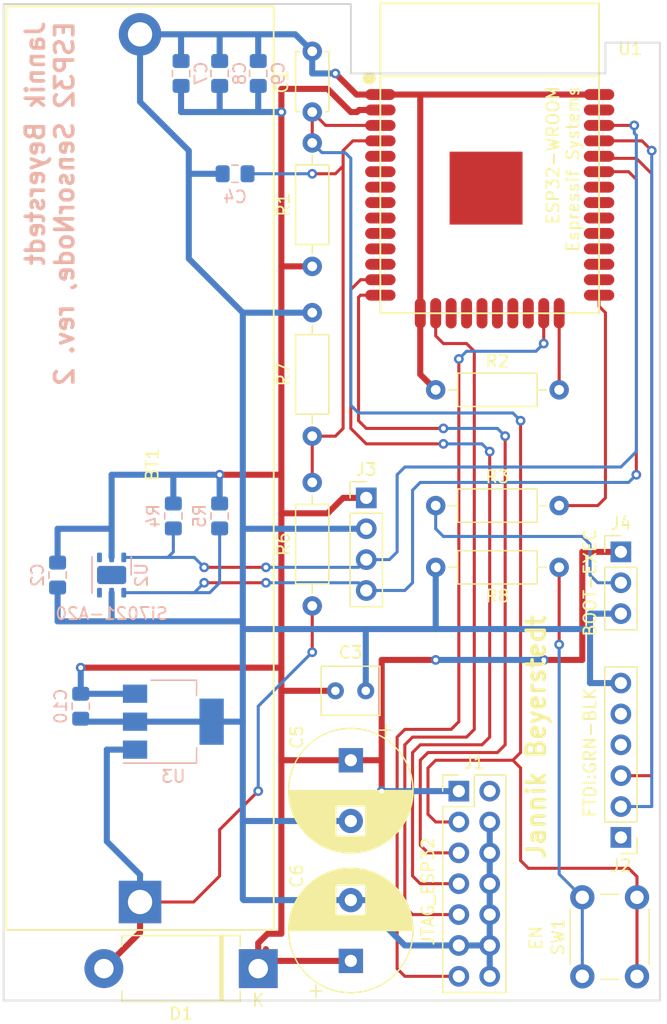
<source format=kicad_pcb>
(kicad_pcb (version 20171130) (host pcbnew "(5.0.0-3-g5ebb6b6)")

  (general
    (thickness 1.6)
    (drawings 11)
    (tracks 320)
    (zones 0)
    (modules 30)
    (nets 18)
  )

  (page A4)
  (layers
    (0 F.Cu signal)
    (31 B.Cu signal)
    (32 B.Adhes user hide)
    (33 F.Adhes user hide)
    (34 B.Paste user hide)
    (35 F.Paste user hide)
    (36 B.SilkS user)
    (37 F.SilkS user)
    (38 B.Mask user)
    (39 F.Mask user)
    (40 Dwgs.User user)
    (41 Cmts.User user)
    (42 Eco1.User user)
    (43 Eco2.User user)
    (44 Edge.Cuts user)
    (45 Margin user)
    (46 B.CrtYd user)
    (47 F.CrtYd user)
    (48 B.Fab user hide)
    (49 F.Fab user hide)
  )

  (setup
    (last_trace_width 0.25)
    (user_trace_width 0.25)
    (user_trace_width 0.5)
    (trace_clearance 0.2)
    (zone_clearance 0.508)
    (zone_45_only no)
    (trace_min 0.2)
    (segment_width 0.2)
    (edge_width 0.15)
    (via_size 0.8)
    (via_drill 0.4)
    (via_min_size 0.4)
    (via_min_drill 0.3)
    (uvia_size 0.3)
    (uvia_drill 0.1)
    (uvias_allowed no)
    (uvia_min_size 0.2)
    (uvia_min_drill 0.1)
    (pcb_text_width 0.3)
    (pcb_text_size 1.5 1.5)
    (mod_edge_width 0.15)
    (mod_text_size 1 1)
    (mod_text_width 0.15)
    (pad_size 2.2 2.2)
    (pad_drill 2.2)
    (pad_to_mask_clearance 0.2)
    (aux_axis_origin 0 0)
    (visible_elements FFFFFF7F)
    (pcbplotparams
      (layerselection 0x010f0_ffffffff)
      (usegerberextensions true)
      (usegerberattributes false)
      (usegerberadvancedattributes false)
      (creategerberjobfile false)
      (excludeedgelayer true)
      (linewidth 0.100000)
      (plotframeref false)
      (viasonmask false)
      (mode 1)
      (useauxorigin false)
      (hpglpennumber 1)
      (hpglpenspeed 20)
      (hpglpendiameter 15.000000)
      (psnegative false)
      (psa4output false)
      (plotreference true)
      (plotvalue true)
      (plotinvisibletext false)
      (padsonsilk false)
      (subtractmaskfromsilk false)
      (outputformat 1)
      (mirror false)
      (drillshape 0)
      (scaleselection 1)
      (outputdirectory "esp32-sensornode-gerber/"))
  )

  (net 0 "")
  (net 1 GND)
  (net 2 "Net-(C1-Pad1)")
  (net 3 "Net-(J1-Pad5)")
  (net 4 "Net-(J1-Pad7)")
  (net 5 "Net-(J1-Pad9)")
  (net 6 "Net-(J1-Pad13)")
  (net 7 "Net-(J4-Pad2)")
  (net 8 "Net-(R2-Pad2)")
  (net 9 /TX)
  (net 10 /RX)
  (net 11 "Net-(R8-Pad1)")
  (net 12 SCL)
  (net 13 SDA)
  (net 14 /BOOT)
  (net 15 VDD)
  (net 16 BAT)
  (net 17 BAT_SENS)

  (net_class Default "Dies ist die voreingestellte Netzklasse."
    (clearance 0.2)
    (trace_width 0.25)
    (via_dia 0.8)
    (via_drill 0.4)
    (uvia_dia 0.3)
    (uvia_drill 0.1)
    (add_net /BOOT)
    (add_net /RX)
    (add_net /TX)
    (add_net BAT_SENS)
    (add_net "Net-(C1-Pad1)")
    (add_net "Net-(J1-Pad13)")
    (add_net "Net-(J1-Pad5)")
    (add_net "Net-(J1-Pad7)")
    (add_net "Net-(J1-Pad9)")
    (add_net "Net-(J4-Pad2)")
    (add_net "Net-(R2-Pad2)")
    (add_net "Net-(R8-Pad1)")
    (add_net SCL)
    (add_net SDA)
  )

  (net_class VCC ""
    (clearance 0.2)
    (trace_width 0.5)
    (via_dia 0.8)
    (via_drill 0.4)
    (uvia_dia 0.3)
    (uvia_drill 0.1)
    (add_net BAT)
    (add_net GND)
    (add_net VDD)
  )

  (module JBeyerstedt-Library:Screw_Hole_2mm (layer F.Cu) (tedit 5B635A1E) (tstamp 5B79EBFA)
    (at 180.34 130.175)
    (descr "Mouting Screw Hole")
    (tags "mounting screw")
    (fp_text reference REF** (at 0 -3.81) (layer F.SilkS) hide
      (effects (font (size 1 1) (thickness 0.15)))
    )
    (fp_text value Screw_Hole_2mm (at 0 3.81) (layer F.Fab) hide
      (effects (font (size 1 1) (thickness 0.15)))
    )
    (fp_text user %R (at 0 0) (layer F.Fab)
      (effects (font (size 0.8 0.8) (thickness 0.12)))
    )
    (fp_circle (center 0 0) (end 2.5 0) (layer F.CrtYd) (width 0.05))
    (fp_circle (center 0 0) (end 2.4 0) (layer F.Fab) (width 0.1))
    (pad "" np_thru_hole circle (at 0 0) (size 2.2 2.2) (drill 2.2) (layers *.Cu *.Mask))
    (model ${KISYS3DMOD}/Connector.3dshapes/Banana_Jack_1Pin.wrl
      (at (xyz 0 0 0))
      (scale (xyz 2 2 2))
      (rotate (xyz 0 0 0))
    )
  )

  (module JBeyerstedt-Library:Screw_Hole_2mm (layer F.Cu) (tedit 5B61CA8C) (tstamp 5B79EBB9)
    (at 229.87 56.515)
    (descr "Mouting Screw Hole")
    (tags "mounting screw")
    (fp_text reference REF** (at 0 -3.81) (layer F.SilkS) hide
      (effects (font (size 1 1) (thickness 0.15)))
    )
    (fp_text value Screw_Hole_2mm (at 0 3.81) (layer F.Fab) hide
      (effects (font (size 1 1) (thickness 0.15)))
    )
    (fp_text user %R (at 0 0) (layer F.Fab)
      (effects (font (size 0.8 0.8) (thickness 0.12)))
    )
    (fp_circle (center 0 0) (end 2.5 0) (layer F.CrtYd) (width 0.05))
    (fp_circle (center 0 0) (end 2.4 0) (layer F.Fab) (width 0.1))
    (pad "" np_thru_hole circle (at 0 0) (size 2.2 2.2) (drill 2.2) (layers *.Cu *.Mask))
    (model ${KISYS3DMOD}/Connector.3dshapes/Banana_Jack_1Pin.wrl
      (at (xyz 0 0 0))
      (scale (xyz 2 2 2))
      (rotate (xyz 0 0 0))
    )
  )

  (module JBeyerstedt-Library:BatteryHolder_COMF_BHC-18650-1 (layer F.Cu) (tedit 5B5F1B09) (tstamp 5BA708C4)
    (at 189.03 124.695 90)
    (descr https://www.tme.eu/en/Document/8fa81c4c5d128169ded6af3ed3867ae3/BHC-18650-1P.pdf)
    (tags "18650 Battery Holder")
    (path /5B5F4F5C)
    (fp_text reference BT1 (at 36 1 90) (layer F.SilkS)
      (effects (font (size 1 1) (thickness 0.15)))
    )
    (fp_text value "18650 Li-Ion" (at 35.56 -0.8 90) (layer F.Fab)
      (effects (font (size 1 1) (thickness 0.15)))
    )
    (fp_line (start -2.3 11) (end -2.3 -11) (layer F.SilkS) (width 0.15))
    (fp_line (start 73.7 11) (end -2.3 11) (layer F.SilkS) (width 0.15))
    (fp_line (start 73.7 -11) (end 73.7 11) (layer F.SilkS) (width 0.15))
    (fp_line (start -2.3 -11) (end 73.7 -11) (layer F.SilkS) (width 0.15))
    (fp_line (start -1.8 10.5) (end -1.8 -10.5) (layer F.Fab) (width 0.15))
    (fp_line (start 73.2 10.5) (end -1.8 10.5) (layer F.Fab) (width 0.15))
    (fp_line (start 73.2 -10.5) (end 73.2 10.5) (layer F.Fab) (width 0.15))
    (fp_line (start -1.8 -10.5) (end 73.2 -10.5) (layer F.Fab) (width 0.15))
    (fp_line (start -2.8 11.5) (end -2.8 -11.5) (layer F.CrtYd) (width 0.05))
    (fp_line (start 74.2 11.5) (end -2.8 11.5) (layer F.CrtYd) (width 0.05))
    (fp_line (start 74.2 -11.5) (end 74.2 11.5) (layer F.CrtYd) (width 0.05))
    (fp_line (start -2.8 -11.5) (end 74.2 -11.5) (layer F.CrtYd) (width 0.05))
    (fp_text user %R (at 36 -2.4 90) (layer F.Fab)
      (effects (font (size 1 1) (thickness 0.15)))
    )
    (pad 2 thru_hole circle (at 71.4 0 90) (size 3.5 3.5) (drill 2) (layers *.Cu *.Mask)
      (net 1 GND))
    (pad 1 thru_hole rect (at 0 0 90) (size 3.5 3.5) (drill 2) (layers *.Cu *.Mask)
      (net 16 BAT))
    (pad "" np_thru_hole circle (at 8.85 0 90) (size 3 3) (drill 3) (layers *.Cu *.Mask))
    (pad "" np_thru_hole circle (at 62.55 0 90) (size 3 3) (drill 3) (layers *.Cu *.Mask))
    (pad "" np_thru_hole circle (at 1.45 -9.7 90) (size 1.5 1.5) (drill 1.5) (layers *.Cu *.Mask))
  )

  (module Capacitor_THT:C_Rect_L4.6mm_W3.8mm_P2.50mm_MKS02_FKP02 (layer F.Cu) (tedit 5AE50EF0) (tstamp 5BA7094B)
    (at 205.105 107.315)
    (descr "C, Rect series, Radial, pin pitch=2.50mm, , length*width=4.6*3.8mm^2, Capacitor, http://www.wima.de/DE/WIMA_MKS_02.pdf")
    (tags "C Rect series Radial pin pitch 2.50mm  length 4.6mm width 3.8mm Capacitor")
    (path /5B610407)
    (fp_text reference C3 (at 1.25 -3.15) (layer F.SilkS)
      (effects (font (size 1 1) (thickness 0.15)))
    )
    (fp_text value 1u (at 1.25 3.15) (layer F.Fab)
      (effects (font (size 1 1) (thickness 0.15)))
    )
    (fp_line (start -1.05 -1.9) (end -1.05 1.9) (layer F.Fab) (width 0.1))
    (fp_line (start -1.05 1.9) (end 3.55 1.9) (layer F.Fab) (width 0.1))
    (fp_line (start 3.55 1.9) (end 3.55 -1.9) (layer F.Fab) (width 0.1))
    (fp_line (start 3.55 -1.9) (end -1.05 -1.9) (layer F.Fab) (width 0.1))
    (fp_line (start -1.17 -2.02) (end 3.67 -2.02) (layer F.SilkS) (width 0.12))
    (fp_line (start -1.17 2.02) (end 3.67 2.02) (layer F.SilkS) (width 0.12))
    (fp_line (start -1.17 -2.02) (end -1.17 2.02) (layer F.SilkS) (width 0.12))
    (fp_line (start 3.67 -2.02) (end 3.67 2.02) (layer F.SilkS) (width 0.12))
    (fp_line (start -1.3 -2.15) (end -1.3 2.15) (layer F.CrtYd) (width 0.05))
    (fp_line (start -1.3 2.15) (end 3.8 2.15) (layer F.CrtYd) (width 0.05))
    (fp_line (start 3.8 2.15) (end 3.8 -2.15) (layer F.CrtYd) (width 0.05))
    (fp_line (start 3.8 -2.15) (end -1.3 -2.15) (layer F.CrtYd) (width 0.05))
    (fp_text user %R (at 1.25 0) (layer F.Fab)
      (effects (font (size 0.92 0.92) (thickness 0.138)))
    )
    (pad 1 thru_hole circle (at 0 0) (size 1.4 1.4) (drill 0.7) (layers *.Cu *.Mask)
      (net 15 VDD))
    (pad 2 thru_hole circle (at 2.5 0) (size 1.4 1.4) (drill 0.7) (layers *.Cu *.Mask)
      (net 1 GND))
    (model ${KISYS3DMOD}/Capacitor_THT.3dshapes/C_Rect_L4.6mm_W3.8mm_P2.50mm_MKS02_FKP02.wrl
      (at (xyz 0 0 0))
      (scale (xyz 1 1 1))
      (rotate (xyz 0 0 0))
    )
  )

  (module Connector_PinHeader_2.54mm:PinHeader_1x06_P2.54mm_Vertical (layer F.Cu) (tedit 5B61A4D5) (tstamp 5BA70907)
    (at 228.6 119.38 180)
    (descr "Through hole straight pin header, 1x06, 2.54mm pitch, single row")
    (tags "Through hole pin header THT 1x06 2.54mm single row")
    (path /5B5EFFB5)
    (fp_text reference J2 (at 0 -2.33 180) (layer F.SilkS)
      (effects (font (size 1 1) (thickness 0.15)))
    )
    (fp_text value FTDI:GRN-BLK (at 2.54 6.985 270) (layer F.SilkS)
      (effects (font (size 1 1) (thickness 0.15)))
    )
    (fp_line (start -0.635 -1.27) (end 1.27 -1.27) (layer F.Fab) (width 0.1))
    (fp_line (start 1.27 -1.27) (end 1.27 13.97) (layer F.Fab) (width 0.1))
    (fp_line (start 1.27 13.97) (end -1.27 13.97) (layer F.Fab) (width 0.1))
    (fp_line (start -1.27 13.97) (end -1.27 -0.635) (layer F.Fab) (width 0.1))
    (fp_line (start -1.27 -0.635) (end -0.635 -1.27) (layer F.Fab) (width 0.1))
    (fp_line (start -1.33 14.03) (end 1.33 14.03) (layer F.SilkS) (width 0.12))
    (fp_line (start -1.33 1.27) (end -1.33 14.03) (layer F.SilkS) (width 0.12))
    (fp_line (start 1.33 1.27) (end 1.33 14.03) (layer F.SilkS) (width 0.12))
    (fp_line (start -1.33 1.27) (end 1.33 1.27) (layer F.SilkS) (width 0.12))
    (fp_line (start -1.33 0) (end -1.33 -1.33) (layer F.SilkS) (width 0.12))
    (fp_line (start -1.33 -1.33) (end 0 -1.33) (layer F.SilkS) (width 0.12))
    (fp_line (start -1.8 -1.8) (end -1.8 14.5) (layer F.CrtYd) (width 0.05))
    (fp_line (start -1.8 14.5) (end 1.8 14.5) (layer F.CrtYd) (width 0.05))
    (fp_line (start 1.8 14.5) (end 1.8 -1.8) (layer F.CrtYd) (width 0.05))
    (fp_line (start 1.8 -1.8) (end -1.8 -1.8) (layer F.CrtYd) (width 0.05))
    (fp_text user %R (at 0 6.35 270) (layer F.Fab)
      (effects (font (size 1 1) (thickness 0.15)))
    )
    (pad 1 thru_hole rect (at 0 0 180) (size 1.7 1.7) (drill 1) (layers *.Cu *.Mask))
    (pad 2 thru_hole oval (at 0 2.54 180) (size 1.7 1.7) (drill 1) (layers *.Cu *.Mask)
      (net 9 /TX))
    (pad 3 thru_hole oval (at 0 5.08 180) (size 1.7 1.7) (drill 1) (layers *.Cu *.Mask)
      (net 10 /RX))
    (pad 4 thru_hole oval (at 0 7.62 180) (size 1.7 1.7) (drill 1) (layers *.Cu *.Mask))
    (pad 5 thru_hole oval (at 0 10.16 180) (size 1.7 1.7) (drill 1) (layers *.Cu *.Mask))
    (pad 6 thru_hole oval (at 0 12.7 180) (size 1.7 1.7) (drill 1) (layers *.Cu *.Mask)
      (net 1 GND))
    (model ${KISYS3DMOD}/Connector_PinHeader_2.54mm.3dshapes/PinHeader_1x06_P2.54mm_Vertical.wrl
      (at (xyz 0 0 0))
      (scale (xyz 1 1 1))
      (rotate (xyz 0 0 0))
    )
  )

  (module Connector_PinHeader_2.54mm:PinHeader_1x04_P2.54mm_Vertical (layer F.Cu) (tedit 59FED5CC) (tstamp 5BA70D37)
    (at 207.645 91.44)
    (descr "Through hole straight pin header, 1x04, 2.54mm pitch, single row")
    (tags "Through hole pin header THT 1x04 2.54mm single row")
    (path /5B5F555A)
    (fp_text reference J3 (at 0 -2.33) (layer F.SilkS)
      (effects (font (size 1 1) (thickness 0.15)))
    )
    (fp_text value SI7021:SDA-VIN (at 2.54 3.81 90) (layer F.Fab)
      (effects (font (size 1 1) (thickness 0.15)))
    )
    (fp_line (start -0.635 -1.27) (end 1.27 -1.27) (layer F.Fab) (width 0.1))
    (fp_line (start 1.27 -1.27) (end 1.27 8.89) (layer F.Fab) (width 0.1))
    (fp_line (start 1.27 8.89) (end -1.27 8.89) (layer F.Fab) (width 0.1))
    (fp_line (start -1.27 8.89) (end -1.27 -0.635) (layer F.Fab) (width 0.1))
    (fp_line (start -1.27 -0.635) (end -0.635 -1.27) (layer F.Fab) (width 0.1))
    (fp_line (start -1.33 8.95) (end 1.33 8.95) (layer F.SilkS) (width 0.12))
    (fp_line (start -1.33 1.27) (end -1.33 8.95) (layer F.SilkS) (width 0.12))
    (fp_line (start 1.33 1.27) (end 1.33 8.95) (layer F.SilkS) (width 0.12))
    (fp_line (start -1.33 1.27) (end 1.33 1.27) (layer F.SilkS) (width 0.12))
    (fp_line (start -1.33 0) (end -1.33 -1.33) (layer F.SilkS) (width 0.12))
    (fp_line (start -1.33 -1.33) (end 0 -1.33) (layer F.SilkS) (width 0.12))
    (fp_line (start -1.8 -1.8) (end -1.8 9.4) (layer F.CrtYd) (width 0.05))
    (fp_line (start -1.8 9.4) (end 1.8 9.4) (layer F.CrtYd) (width 0.05))
    (fp_line (start 1.8 9.4) (end 1.8 -1.8) (layer F.CrtYd) (width 0.05))
    (fp_line (start 1.8 -1.8) (end -1.8 -1.8) (layer F.CrtYd) (width 0.05))
    (fp_text user %R (at 0 3.81 90) (layer F.Fab)
      (effects (font (size 1 1) (thickness 0.15)))
    )
    (pad 1 thru_hole rect (at 0 0) (size 1.7 1.7) (drill 1) (layers *.Cu *.Mask)
      (net 15 VDD))
    (pad 2 thru_hole oval (at 0 2.54) (size 1.7 1.7) (drill 1) (layers *.Cu *.Mask)
      (net 1 GND))
    (pad 3 thru_hole oval (at 0 5.08) (size 1.7 1.7) (drill 1) (layers *.Cu *.Mask)
      (net 12 SCL))
    (pad 4 thru_hole oval (at 0 7.62) (size 1.7 1.7) (drill 1) (layers *.Cu *.Mask)
      (net 13 SDA))
    (model ${KISYS3DMOD}/Connector_PinHeader_2.54mm.3dshapes/PinHeader_1x04_P2.54mm_Vertical.wrl
      (at (xyz 0 0 0))
      (scale (xyz 1 1 1))
      (rotate (xyz 0 0 0))
    )
  )

  (module Connector_PinHeader_2.54mm:PinHeader_1x03_P2.54mm_Vertical (layer F.Cu) (tedit 5B61A4DE) (tstamp 5BA70CF4)
    (at 228.6 95.885)
    (descr "Through hole straight pin header, 1x03, 2.54mm pitch, single row")
    (tags "Through hole pin header THT 1x03 2.54mm single row")
    (path /5B5F59C4)
    (fp_text reference J4 (at 0 -2.33) (layer F.SilkS)
      (effects (font (size 1 1) (thickness 0.15)))
    )
    (fp_text value BOOT-EXEC (at -2.54 2.54 90) (layer F.SilkS)
      (effects (font (size 1 1) (thickness 0.15)))
    )
    (fp_line (start -0.635 -1.27) (end 1.27 -1.27) (layer F.Fab) (width 0.1))
    (fp_line (start 1.27 -1.27) (end 1.27 6.35) (layer F.Fab) (width 0.1))
    (fp_line (start 1.27 6.35) (end -1.27 6.35) (layer F.Fab) (width 0.1))
    (fp_line (start -1.27 6.35) (end -1.27 -0.635) (layer F.Fab) (width 0.1))
    (fp_line (start -1.27 -0.635) (end -0.635 -1.27) (layer F.Fab) (width 0.1))
    (fp_line (start -1.33 6.41) (end 1.33 6.41) (layer F.SilkS) (width 0.12))
    (fp_line (start -1.33 1.27) (end -1.33 6.41) (layer F.SilkS) (width 0.12))
    (fp_line (start 1.33 1.27) (end 1.33 6.41) (layer F.SilkS) (width 0.12))
    (fp_line (start -1.33 1.27) (end 1.33 1.27) (layer F.SilkS) (width 0.12))
    (fp_line (start -1.33 0) (end -1.33 -1.33) (layer F.SilkS) (width 0.12))
    (fp_line (start -1.33 -1.33) (end 0 -1.33) (layer F.SilkS) (width 0.12))
    (fp_line (start -1.8 -1.8) (end -1.8 6.85) (layer F.CrtYd) (width 0.05))
    (fp_line (start -1.8 6.85) (end 1.8 6.85) (layer F.CrtYd) (width 0.05))
    (fp_line (start 1.8 6.85) (end 1.8 -1.8) (layer F.CrtYd) (width 0.05))
    (fp_line (start 1.8 -1.8) (end -1.8 -1.8) (layer F.CrtYd) (width 0.05))
    (fp_text user %R (at 0 2.54 90) (layer F.Fab)
      (effects (font (size 1 1) (thickness 0.15)))
    )
    (pad 1 thru_hole rect (at 0 0) (size 1.7 1.7) (drill 1) (layers *.Cu *.Mask)
      (net 15 VDD))
    (pad 2 thru_hole oval (at 0 2.54) (size 1.7 1.7) (drill 1) (layers *.Cu *.Mask)
      (net 7 "Net-(J4-Pad2)"))
    (pad 3 thru_hole oval (at 0 5.08) (size 1.7 1.7) (drill 1) (layers *.Cu *.Mask)
      (net 1 GND))
    (model ${KISYS3DMOD}/Connector_PinHeader_2.54mm.3dshapes/PinHeader_1x03_P2.54mm_Vertical.wrl
      (at (xyz 0 0 0))
      (scale (xyz 1 1 1))
      (rotate (xyz 0 0 0))
    )
  )

  (module Resistor_THT:R_Axial_DIN0207_L6.3mm_D2.5mm_P10.16mm_Horizontal (layer F.Cu) (tedit 5AE5139B) (tstamp 5BA70A1B)
    (at 203.2 72.39 90)
    (descr "Resistor, Axial_DIN0207 series, Axial, Horizontal, pin pitch=10.16mm, 0.25W = 1/4W, length*diameter=6.3*2.5mm^2, http://cdn-reichelt.de/documents/datenblatt/B400/1_4W%23YAG.pdf")
    (tags "Resistor Axial_DIN0207 series Axial Horizontal pin pitch 10.16mm 0.25W = 1/4W length 6.3mm diameter 2.5mm")
    (path /5B5F5773)
    (fp_text reference R1 (at 5.08 -2.37 90) (layer F.SilkS)
      (effects (font (size 1 1) (thickness 0.15)))
    )
    (fp_text value 22K (at 5.08 2.37 90) (layer F.Fab)
      (effects (font (size 1 1) (thickness 0.15)))
    )
    (fp_line (start 1.93 -1.25) (end 1.93 1.25) (layer F.Fab) (width 0.1))
    (fp_line (start 1.93 1.25) (end 8.23 1.25) (layer F.Fab) (width 0.1))
    (fp_line (start 8.23 1.25) (end 8.23 -1.25) (layer F.Fab) (width 0.1))
    (fp_line (start 8.23 -1.25) (end 1.93 -1.25) (layer F.Fab) (width 0.1))
    (fp_line (start 0 0) (end 1.93 0) (layer F.Fab) (width 0.1))
    (fp_line (start 10.16 0) (end 8.23 0) (layer F.Fab) (width 0.1))
    (fp_line (start 1.81 -1.37) (end 1.81 1.37) (layer F.SilkS) (width 0.12))
    (fp_line (start 1.81 1.37) (end 8.35 1.37) (layer F.SilkS) (width 0.12))
    (fp_line (start 8.35 1.37) (end 8.35 -1.37) (layer F.SilkS) (width 0.12))
    (fp_line (start 8.35 -1.37) (end 1.81 -1.37) (layer F.SilkS) (width 0.12))
    (fp_line (start 1.04 0) (end 1.81 0) (layer F.SilkS) (width 0.12))
    (fp_line (start 9.12 0) (end 8.35 0) (layer F.SilkS) (width 0.12))
    (fp_line (start -1.05 -1.5) (end -1.05 1.5) (layer F.CrtYd) (width 0.05))
    (fp_line (start -1.05 1.5) (end 11.21 1.5) (layer F.CrtYd) (width 0.05))
    (fp_line (start 11.21 1.5) (end 11.21 -1.5) (layer F.CrtYd) (width 0.05))
    (fp_line (start 11.21 -1.5) (end -1.05 -1.5) (layer F.CrtYd) (width 0.05))
    (fp_text user %R (at 5.08 0 90) (layer F.Fab)
      (effects (font (size 1 1) (thickness 0.15)))
    )
    (pad 1 thru_hole circle (at 0 0 90) (size 1.6 1.6) (drill 0.8) (layers *.Cu *.Mask)
      (net 15 VDD))
    (pad 2 thru_hole oval (at 10.16 0 90) (size 1.6 1.6) (drill 0.8) (layers *.Cu *.Mask)
      (net 2 "Net-(C1-Pad1)"))
    (model ${KISYS3DMOD}/Resistor_THT.3dshapes/R_Axial_DIN0207_L6.3mm_D2.5mm_P10.16mm_Horizontal.wrl
      (at (xyz 0 0 0))
      (scale (xyz 1 1 1))
      (rotate (xyz 0 0 0))
    )
  )

  (module Resistor_THT:R_Axial_DIN0207_L6.3mm_D2.5mm_P10.16mm_Horizontal (layer F.Cu) (tedit 5AE5139B) (tstamp 5BA70CB2)
    (at 213.36 82.55)
    (descr "Resistor, Axial_DIN0207 series, Axial, Horizontal, pin pitch=10.16mm, 0.25W = 1/4W, length*diameter=6.3*2.5mm^2, http://cdn-reichelt.de/documents/datenblatt/B400/1_4W%23YAG.pdf")
    (tags "Resistor Axial_DIN0207 series Axial Horizontal pin pitch 10.16mm 0.25W = 1/4W length 6.3mm diameter 2.5mm")
    (path /5B5F57E6)
    (fp_text reference R2 (at 5.08 -2.37) (layer F.SilkS)
      (effects (font (size 1 1) (thickness 0.15)))
    )
    (fp_text value 22K (at 5.08 2.37) (layer F.Fab)
      (effects (font (size 1 1) (thickness 0.15)))
    )
    (fp_text user %R (at 5.08 0) (layer F.Fab)
      (effects (font (size 1 1) (thickness 0.15)))
    )
    (fp_line (start 11.21 -1.5) (end -1.05 -1.5) (layer F.CrtYd) (width 0.05))
    (fp_line (start 11.21 1.5) (end 11.21 -1.5) (layer F.CrtYd) (width 0.05))
    (fp_line (start -1.05 1.5) (end 11.21 1.5) (layer F.CrtYd) (width 0.05))
    (fp_line (start -1.05 -1.5) (end -1.05 1.5) (layer F.CrtYd) (width 0.05))
    (fp_line (start 9.12 0) (end 8.35 0) (layer F.SilkS) (width 0.12))
    (fp_line (start 1.04 0) (end 1.81 0) (layer F.SilkS) (width 0.12))
    (fp_line (start 8.35 -1.37) (end 1.81 -1.37) (layer F.SilkS) (width 0.12))
    (fp_line (start 8.35 1.37) (end 8.35 -1.37) (layer F.SilkS) (width 0.12))
    (fp_line (start 1.81 1.37) (end 8.35 1.37) (layer F.SilkS) (width 0.12))
    (fp_line (start 1.81 -1.37) (end 1.81 1.37) (layer F.SilkS) (width 0.12))
    (fp_line (start 10.16 0) (end 8.23 0) (layer F.Fab) (width 0.1))
    (fp_line (start 0 0) (end 1.93 0) (layer F.Fab) (width 0.1))
    (fp_line (start 8.23 -1.25) (end 1.93 -1.25) (layer F.Fab) (width 0.1))
    (fp_line (start 8.23 1.25) (end 8.23 -1.25) (layer F.Fab) (width 0.1))
    (fp_line (start 1.93 1.25) (end 8.23 1.25) (layer F.Fab) (width 0.1))
    (fp_line (start 1.93 -1.25) (end 1.93 1.25) (layer F.Fab) (width 0.1))
    (pad 2 thru_hole oval (at 10.16 0) (size 1.6 1.6) (drill 0.8) (layers *.Cu *.Mask)
      (net 8 "Net-(R2-Pad2)"))
    (pad 1 thru_hole circle (at 0 0) (size 1.6 1.6) (drill 0.8) (layers *.Cu *.Mask)
      (net 1 GND))
    (model ${KISYS3DMOD}/Resistor_THT.3dshapes/R_Axial_DIN0207_L6.3mm_D2.5mm_P10.16mm_Horizontal.wrl
      (at (xyz 0 0 0))
      (scale (xyz 1 1 1))
      (rotate (xyz 0 0 0))
    )
  )

  (module Resistor_THT:R_Axial_DIN0207_L6.3mm_D2.5mm_P10.16mm_Horizontal (layer F.Cu) (tedit 5AE5139B) (tstamp 5BA70C70)
    (at 213.36 92.075)
    (descr "Resistor, Axial_DIN0207 series, Axial, Horizontal, pin pitch=10.16mm, 0.25W = 1/4W, length*diameter=6.3*2.5mm^2, http://cdn-reichelt.de/documents/datenblatt/B400/1_4W%23YAG.pdf")
    (tags "Resistor Axial_DIN0207 series Axial Horizontal pin pitch 10.16mm 0.25W = 1/4W length 6.3mm diameter 2.5mm")
    (path /5B5FD2E5)
    (fp_text reference R3 (at 5.08 -2.37) (layer F.SilkS)
      (effects (font (size 1 1) (thickness 0.15)))
    )
    (fp_text value 22K (at 5.08 2.37) (layer F.Fab)
      (effects (font (size 1 1) (thickness 0.15)))
    )
    (fp_text user %R (at 5.08 0) (layer F.Fab)
      (effects (font (size 1 1) (thickness 0.15)))
    )
    (fp_line (start 11.21 -1.5) (end -1.05 -1.5) (layer F.CrtYd) (width 0.05))
    (fp_line (start 11.21 1.5) (end 11.21 -1.5) (layer F.CrtYd) (width 0.05))
    (fp_line (start -1.05 1.5) (end 11.21 1.5) (layer F.CrtYd) (width 0.05))
    (fp_line (start -1.05 -1.5) (end -1.05 1.5) (layer F.CrtYd) (width 0.05))
    (fp_line (start 9.12 0) (end 8.35 0) (layer F.SilkS) (width 0.12))
    (fp_line (start 1.04 0) (end 1.81 0) (layer F.SilkS) (width 0.12))
    (fp_line (start 8.35 -1.37) (end 1.81 -1.37) (layer F.SilkS) (width 0.12))
    (fp_line (start 8.35 1.37) (end 8.35 -1.37) (layer F.SilkS) (width 0.12))
    (fp_line (start 1.81 1.37) (end 8.35 1.37) (layer F.SilkS) (width 0.12))
    (fp_line (start 1.81 -1.37) (end 1.81 1.37) (layer F.SilkS) (width 0.12))
    (fp_line (start 10.16 0) (end 8.23 0) (layer F.Fab) (width 0.1))
    (fp_line (start 0 0) (end 1.93 0) (layer F.Fab) (width 0.1))
    (fp_line (start 8.23 -1.25) (end 1.93 -1.25) (layer F.Fab) (width 0.1))
    (fp_line (start 8.23 1.25) (end 8.23 -1.25) (layer F.Fab) (width 0.1))
    (fp_line (start 1.93 1.25) (end 8.23 1.25) (layer F.Fab) (width 0.1))
    (fp_line (start 1.93 -1.25) (end 1.93 1.25) (layer F.Fab) (width 0.1))
    (pad 2 thru_hole oval (at 10.16 0) (size 1.6 1.6) (drill 0.8) (layers *.Cu *.Mask)
      (net 14 /BOOT))
    (pad 1 thru_hole circle (at 0 0) (size 1.6 1.6) (drill 0.8) (layers *.Cu *.Mask)
      (net 7 "Net-(J4-Pad2)"))
    (model ${KISYS3DMOD}/Resistor_THT.3dshapes/R_Axial_DIN0207_L6.3mm_D2.5mm_P10.16mm_Horizontal.wrl
      (at (xyz 0 0 0))
      (scale (xyz 1 1 1))
      (rotate (xyz 0 0 0))
    )
  )

  (module Resistor_THT:R_Axial_DIN0207_L6.3mm_D2.5mm_P10.16mm_Horizontal (layer F.Cu) (tedit 5AE5139B) (tstamp 5BA70D7B)
    (at 203.2 100.33 90)
    (descr "Resistor, Axial_DIN0207 series, Axial, Horizontal, pin pitch=10.16mm, 0.25W = 1/4W, length*diameter=6.3*2.5mm^2, http://cdn-reichelt.de/documents/datenblatt/B400/1_4W%23YAG.pdf")
    (tags "Resistor Axial_DIN0207 series Axial Horizontal pin pitch 10.16mm 0.25W = 1/4W length 6.3mm diameter 2.5mm")
    (path /5B5F5860)
    (fp_text reference R6 (at 5.08 -2.37 90) (layer F.SilkS)
      (effects (font (size 1 1) (thickness 0.15)))
    )
    (fp_text value 3.3M (at 5.08 2.37 90) (layer F.Fab)
      (effects (font (size 1 1) (thickness 0.15)))
    )
    (fp_line (start 1.93 -1.25) (end 1.93 1.25) (layer F.Fab) (width 0.1))
    (fp_line (start 1.93 1.25) (end 8.23 1.25) (layer F.Fab) (width 0.1))
    (fp_line (start 8.23 1.25) (end 8.23 -1.25) (layer F.Fab) (width 0.1))
    (fp_line (start 8.23 -1.25) (end 1.93 -1.25) (layer F.Fab) (width 0.1))
    (fp_line (start 0 0) (end 1.93 0) (layer F.Fab) (width 0.1))
    (fp_line (start 10.16 0) (end 8.23 0) (layer F.Fab) (width 0.1))
    (fp_line (start 1.81 -1.37) (end 1.81 1.37) (layer F.SilkS) (width 0.12))
    (fp_line (start 1.81 1.37) (end 8.35 1.37) (layer F.SilkS) (width 0.12))
    (fp_line (start 8.35 1.37) (end 8.35 -1.37) (layer F.SilkS) (width 0.12))
    (fp_line (start 8.35 -1.37) (end 1.81 -1.37) (layer F.SilkS) (width 0.12))
    (fp_line (start 1.04 0) (end 1.81 0) (layer F.SilkS) (width 0.12))
    (fp_line (start 9.12 0) (end 8.35 0) (layer F.SilkS) (width 0.12))
    (fp_line (start -1.05 -1.5) (end -1.05 1.5) (layer F.CrtYd) (width 0.05))
    (fp_line (start -1.05 1.5) (end 11.21 1.5) (layer F.CrtYd) (width 0.05))
    (fp_line (start 11.21 1.5) (end 11.21 -1.5) (layer F.CrtYd) (width 0.05))
    (fp_line (start 11.21 -1.5) (end -1.05 -1.5) (layer F.CrtYd) (width 0.05))
    (fp_text user %R (at 5.08 0 90) (layer F.Fab)
      (effects (font (size 1 1) (thickness 0.15)))
    )
    (pad 1 thru_hole circle (at 0 0 90) (size 1.6 1.6) (drill 0.8) (layers *.Cu *.Mask)
      (net 16 BAT))
    (pad 2 thru_hole oval (at 10.16 0 90) (size 1.6 1.6) (drill 0.8) (layers *.Cu *.Mask)
      (net 17 BAT_SENS))
    (model ${KISYS3DMOD}/Resistor_THT.3dshapes/R_Axial_DIN0207_L6.3mm_D2.5mm_P10.16mm_Horizontal.wrl
      (at (xyz 0 0 0))
      (scale (xyz 1 1 1))
      (rotate (xyz 0 0 0))
    )
  )

  (module Resistor_THT:R_Axial_DIN0207_L6.3mm_D2.5mm_P10.16mm_Horizontal (layer F.Cu) (tedit 5AE5139B) (tstamp 5BA70A5D)
    (at 203.2 86.36 90)
    (descr "Resistor, Axial_DIN0207 series, Axial, Horizontal, pin pitch=10.16mm, 0.25W = 1/4W, length*diameter=6.3*2.5mm^2, http://cdn-reichelt.de/documents/datenblatt/B400/1_4W%23YAG.pdf")
    (tags "Resistor Axial_DIN0207 series Axial Horizontal pin pitch 10.16mm 0.25W = 1/4W length 6.3mm diameter 2.5mm")
    (path /5B628838)
    (fp_text reference R7 (at 5.08 -2.37 90) (layer F.SilkS)
      (effects (font (size 1 1) (thickness 0.15)))
    )
    (fp_text value 1M (at 5.08 2.37 90) (layer F.Fab)
      (effects (font (size 1 1) (thickness 0.15)))
    )
    (fp_line (start 1.93 -1.25) (end 1.93 1.25) (layer F.Fab) (width 0.1))
    (fp_line (start 1.93 1.25) (end 8.23 1.25) (layer F.Fab) (width 0.1))
    (fp_line (start 8.23 1.25) (end 8.23 -1.25) (layer F.Fab) (width 0.1))
    (fp_line (start 8.23 -1.25) (end 1.93 -1.25) (layer F.Fab) (width 0.1))
    (fp_line (start 0 0) (end 1.93 0) (layer F.Fab) (width 0.1))
    (fp_line (start 10.16 0) (end 8.23 0) (layer F.Fab) (width 0.1))
    (fp_line (start 1.81 -1.37) (end 1.81 1.37) (layer F.SilkS) (width 0.12))
    (fp_line (start 1.81 1.37) (end 8.35 1.37) (layer F.SilkS) (width 0.12))
    (fp_line (start 8.35 1.37) (end 8.35 -1.37) (layer F.SilkS) (width 0.12))
    (fp_line (start 8.35 -1.37) (end 1.81 -1.37) (layer F.SilkS) (width 0.12))
    (fp_line (start 1.04 0) (end 1.81 0) (layer F.SilkS) (width 0.12))
    (fp_line (start 9.12 0) (end 8.35 0) (layer F.SilkS) (width 0.12))
    (fp_line (start -1.05 -1.5) (end -1.05 1.5) (layer F.CrtYd) (width 0.05))
    (fp_line (start -1.05 1.5) (end 11.21 1.5) (layer F.CrtYd) (width 0.05))
    (fp_line (start 11.21 1.5) (end 11.21 -1.5) (layer F.CrtYd) (width 0.05))
    (fp_line (start 11.21 -1.5) (end -1.05 -1.5) (layer F.CrtYd) (width 0.05))
    (fp_text user %R (at 5.08 0 90) (layer F.Fab)
      (effects (font (size 1 1) (thickness 0.15)))
    )
    (pad 1 thru_hole circle (at 0 0 90) (size 1.6 1.6) (drill 0.8) (layers *.Cu *.Mask)
      (net 17 BAT_SENS))
    (pad 2 thru_hole oval (at 10.16 0 90) (size 1.6 1.6) (drill 0.8) (layers *.Cu *.Mask)
      (net 1 GND))
    (model ${KISYS3DMOD}/Resistor_THT.3dshapes/R_Axial_DIN0207_L6.3mm_D2.5mm_P10.16mm_Horizontal.wrl
      (at (xyz 0 0 0))
      (scale (xyz 1 1 1))
      (rotate (xyz 0 0 0))
    )
  )

  (module JBeyerstedt-Library:ESP32-WROOM (layer F.Cu) (tedit 57D08EA8) (tstamp 5BA709A1)
    (at 217.805 63.5 180)
    (path /5B5F5158)
    (fp_text reference U1 (at -11.557 9.017 180) (layer F.SilkS)
      (effects (font (size 1 1) (thickness 0.15)))
    )
    (fp_text value ESP32-WROOM (at 5.715 14.224 180) (layer F.Fab)
      (effects (font (size 1 1) (thickness 0.15)))
    )
    (fp_text user "Espressif Systems" (at -6.858 -0.889 270) (layer F.SilkS)
      (effects (font (size 1 1) (thickness 0.15)))
    )
    (fp_circle (center 9.906 6.604) (end 10.033 6.858) (layer F.SilkS) (width 0.5))
    (fp_text user ESP32-WROOM (at -5.207 0.254 270) (layer F.SilkS)
      (effects (font (size 1 1) (thickness 0.15)))
    )
    (fp_line (start -9 6.75) (end 9 6.75) (layer F.SilkS) (width 0.15))
    (fp_line (start 9 12.75) (end 9 -12.75) (layer F.SilkS) (width 0.15))
    (fp_line (start -9 12.75) (end -9 -12.75) (layer F.SilkS) (width 0.15))
    (fp_line (start -9 -12.75) (end 9 -12.75) (layer F.SilkS) (width 0.15))
    (fp_line (start -9 12.75) (end 9 12.75) (layer F.SilkS) (width 0.15))
    (pad 38 smd oval (at -9 5.25 180) (size 2.5 0.9) (layers F.Cu F.Paste F.Mask)
      (net 1 GND))
    (pad 37 smd oval (at -9 3.98 180) (size 2.5 0.9) (layers F.Cu F.Paste F.Mask))
    (pad 36 smd oval (at -9 2.71 180) (size 2.5 0.9) (layers F.Cu F.Paste F.Mask)
      (net 12 SCL))
    (pad 35 smd oval (at -9 1.44 180) (size 2.5 0.9) (layers F.Cu F.Paste F.Mask)
      (net 9 /TX))
    (pad 34 smd oval (at -9 0.17 180) (size 2.5 0.9) (layers F.Cu F.Paste F.Mask)
      (net 10 /RX))
    (pad 33 smd oval (at -9 -1.1 180) (size 2.5 0.9) (layers F.Cu F.Paste F.Mask)
      (net 13 SDA))
    (pad 32 smd oval (at -9 -2.37 180) (size 2.5 0.9) (layers F.Cu F.Paste F.Mask))
    (pad 31 smd oval (at -9 -3.64 180) (size 2.5 0.9) (layers F.Cu F.Paste F.Mask))
    (pad 30 smd oval (at -9 -4.91 180) (size 2.5 0.9) (layers F.Cu F.Paste F.Mask))
    (pad 29 smd oval (at -9 -6.18 180) (size 2.5 0.9) (layers F.Cu F.Paste F.Mask))
    (pad 28 smd oval (at -9 -7.45 180) (size 2.5 0.9) (layers F.Cu F.Paste F.Mask))
    (pad 27 smd oval (at -9 -8.72 180) (size 2.5 0.9) (layers F.Cu F.Paste F.Mask))
    (pad 26 smd oval (at -9 -9.99 180) (size 2.5 0.9) (layers F.Cu F.Paste F.Mask))
    (pad 25 smd oval (at -9 -11.26 180) (size 2.5 0.9) (layers F.Cu F.Paste F.Mask)
      (net 14 /BOOT))
    (pad 24 smd oval (at -5.715 -12.75 180) (size 0.9 2.5) (layers F.Cu F.Paste F.Mask)
      (net 8 "Net-(R2-Pad2)"))
    (pad 23 smd oval (at -4.445 -12.75 180) (size 0.9 2.5) (layers F.Cu F.Paste F.Mask)
      (net 6 "Net-(J1-Pad13)"))
    (pad 22 smd oval (at -3.175 -12.75 180) (size 0.9 2.5) (layers F.Cu F.Paste F.Mask))
    (pad 21 smd oval (at -1.905 -12.75 180) (size 0.9 2.5) (layers F.Cu F.Paste F.Mask))
    (pad 20 smd oval (at -0.635 -12.75 180) (size 0.9 2.5) (layers F.Cu F.Paste F.Mask))
    (pad 19 smd oval (at 0.635 -12.75 180) (size 0.9 2.5) (layers F.Cu F.Paste F.Mask))
    (pad 18 smd oval (at 1.905 -12.75 180) (size 0.9 2.5) (layers F.Cu F.Paste F.Mask))
    (pad 17 smd oval (at 3.175 -12.75 180) (size 0.9 2.5) (layers F.Cu F.Paste F.Mask))
    (pad 16 smd oval (at 4.445 -12.75 180) (size 0.9 2.5) (layers F.Cu F.Paste F.Mask)
      (net 5 "Net-(J1-Pad9)"))
    (pad 15 smd oval (at 5.715 -12.75 180) (size 0.9 2.5) (layers F.Cu F.Paste F.Mask)
      (net 1 GND))
    (pad 14 smd oval (at 9 -11.26 180) (size 2.5 0.9) (layers F.Cu F.Paste F.Mask)
      (net 3 "Net-(J1-Pad5)"))
    (pad 13 smd oval (at 9 -9.99 180) (size 2.5 0.9) (layers F.Cu F.Paste F.Mask)
      (net 4 "Net-(J1-Pad7)"))
    (pad 12 smd oval (at 9 -8.72 180) (size 2.5 0.9) (layers F.Cu F.Paste F.Mask))
    (pad 11 smd oval (at 9 -7.45 180) (size 2.5 0.9) (layers F.Cu F.Paste F.Mask))
    (pad 10 smd oval (at 9 -6.18 180) (size 2.5 0.9) (layers F.Cu F.Paste F.Mask))
    (pad 9 smd oval (at 9 -4.91 180) (size 2.5 0.9) (layers F.Cu F.Paste F.Mask))
    (pad 8 smd oval (at 9 -3.64 180) (size 2.5 0.9) (layers F.Cu F.Paste F.Mask))
    (pad 7 smd oval (at 9 -2.37 180) (size 2.5 0.9) (layers F.Cu F.Paste F.Mask))
    (pad 6 smd oval (at 9 -1.1 180) (size 2.5 0.9) (layers F.Cu F.Paste F.Mask))
    (pad 5 smd oval (at 9 0.17 180) (size 2.5 0.9) (layers F.Cu F.Paste F.Mask))
    (pad 4 smd oval (at 9 1.44 180) (size 2.5 0.9) (layers F.Cu F.Paste F.Mask)
      (net 17 BAT_SENS))
    (pad 3 smd oval (at 9 2.71 180) (size 2.5 0.9) (layers F.Cu F.Paste F.Mask)
      (net 2 "Net-(C1-Pad1)"))
    (pad 2 smd oval (at 9 3.98 180) (size 2.5 0.9) (layers F.Cu F.Paste F.Mask)
      (net 15 VDD))
    (pad 1 smd oval (at 9 5.25 180) (size 2.5 0.9) (layers F.Cu F.Paste F.Mask)
      (net 1 GND))
    (pad 39 smd rect (at 0.3 -2.45 180) (size 6 6) (layers F.Cu F.Paste F.Mask))
  )

  (module Package_DFN_QFN:DFN-6-1EP_3x3mm_P1mm_EP1.5x2.4mm (layer B.Cu) (tedit 5B61A54C) (tstamp 5BA70B69)
    (at 186.69 97.79 90)
    (descr "DFN, 6 Pin (https://www.silabs.com/documents/public/data-sheets/Si7020-A20.pdf), generated with kicad-footprint-generator ipc_dfn_qfn_generator.py")
    (tags "DFN DFN_QFN")
    (path /5B5EF5BA)
    (attr smd)
    (fp_text reference U2 (at 0 2.45 90) (layer B.SilkS)
      (effects (font (size 1 1) (thickness 0.15)) (justify mirror))
    )
    (fp_text value Si7021-A20 (at -3.175 0 180) (layer B.SilkS)
      (effects (font (size 1 1) (thickness 0.15)) (justify mirror))
    )
    (fp_line (start 0 1.61) (end 1.5 1.61) (layer B.SilkS) (width 0.12))
    (fp_line (start -1.5 -1.61) (end 1.5 -1.61) (layer B.SilkS) (width 0.12))
    (fp_line (start -0.75 1.5) (end 1.5 1.5) (layer B.Fab) (width 0.1))
    (fp_line (start 1.5 1.5) (end 1.5 -1.5) (layer B.Fab) (width 0.1))
    (fp_line (start 1.5 -1.5) (end -1.5 -1.5) (layer B.Fab) (width 0.1))
    (fp_line (start -1.5 -1.5) (end -1.5 0.75) (layer B.Fab) (width 0.1))
    (fp_line (start -1.5 0.75) (end -0.75 1.5) (layer B.Fab) (width 0.1))
    (fp_line (start -2.1 1.75) (end -2.1 -1.75) (layer B.CrtYd) (width 0.05))
    (fp_line (start -2.1 -1.75) (end 2.1 -1.75) (layer B.CrtYd) (width 0.05))
    (fp_line (start 2.1 -1.75) (end 2.1 1.75) (layer B.CrtYd) (width 0.05))
    (fp_line (start 2.1 1.75) (end -2.1 1.75) (layer B.CrtYd) (width 0.05))
    (fp_text user %R (at 0 0 90) (layer B.Fab)
      (effects (font (size 0.75 0.75) (thickness 0.11)) (justify mirror))
    )
    (pad 7 smd roundrect (at 0 0 90) (size 1.5 2.4) (layers B.Cu B.Mask) (roundrect_rratio 0.166667))
    (pad "" smd roundrect (at -0.375 0.6 90) (size 0.6 0.97) (layers B.Paste) (roundrect_rratio 0.25))
    (pad "" smd roundrect (at -0.375 -0.6 90) (size 0.6 0.97) (layers B.Paste) (roundrect_rratio 0.25))
    (pad "" smd roundrect (at 0.375 0.6 90) (size 0.6 0.97) (layers B.Paste) (roundrect_rratio 0.25))
    (pad "" smd roundrect (at 0.375 -0.6 90) (size 0.6 0.97) (layers B.Paste) (roundrect_rratio 0.25))
    (pad 1 smd roundrect (at -1.45 1 90) (size 0.8 0.4) (layers B.Cu B.Paste B.Mask) (roundrect_rratio 0.25)
      (net 13 SDA))
    (pad 2 smd roundrect (at -1.45 0 90) (size 0.8 0.4) (layers B.Cu B.Paste B.Mask) (roundrect_rratio 0.25)
      (net 1 GND))
    (pad 3 smd roundrect (at -1.45 -1 90) (size 0.8 0.4) (layers B.Cu B.Paste B.Mask) (roundrect_rratio 0.25))
    (pad 4 smd roundrect (at 1.45 -1 90) (size 0.8 0.4) (layers B.Cu B.Paste B.Mask) (roundrect_rratio 0.25))
    (pad 5 smd roundrect (at 1.45 0 90) (size 0.8 0.4) (layers B.Cu B.Paste B.Mask) (roundrect_rratio 0.25)
      (net 15 VDD))
    (pad 6 smd roundrect (at 1.45 1 90) (size 0.8 0.4) (layers B.Cu B.Paste B.Mask) (roundrect_rratio 0.25)
      (net 12 SCL))
    (model ${KISYS3DMOD}/Package_DFN_QFN.3dshapes/DFN-6-1EP_3x3mm_P1mm_EP1.5x2.4mm.wrl
      (at (xyz 0 0 0))
      (scale (xyz 1 1 1))
      (rotate (xyz 0 0 0))
    )
  )

  (module Button_Switch_THT:SW_PUSH_6mm (layer F.Cu) (tedit 5B61A4FE) (tstamp 5B78F7AF)
    (at 225.425 130.81 90)
    (descr https://www.omron.com/ecb/products/pdf/en-b3f.pdf)
    (tags "tact sw push 6mm")
    (path /5B61DE7C)
    (fp_text reference SW1 (at 3.25 -2 90) (layer F.SilkS)
      (effects (font (size 1 1) (thickness 0.15)))
    )
    (fp_text value EN (at 3.175 -3.81 90) (layer F.SilkS)
      (effects (font (size 1 1) (thickness 0.15)))
    )
    (fp_text user %R (at 3.25 2.25 90) (layer F.Fab)
      (effects (font (size 1 1) (thickness 0.15)))
    )
    (fp_line (start 3.25 -0.75) (end 6.25 -0.75) (layer F.Fab) (width 0.1))
    (fp_line (start 6.25 -0.75) (end 6.25 5.25) (layer F.Fab) (width 0.1))
    (fp_line (start 6.25 5.25) (end 0.25 5.25) (layer F.Fab) (width 0.1))
    (fp_line (start 0.25 5.25) (end 0.25 -0.75) (layer F.Fab) (width 0.1))
    (fp_line (start 0.25 -0.75) (end 3.25 -0.75) (layer F.Fab) (width 0.1))
    (fp_line (start 7.75 6) (end 8 6) (layer F.CrtYd) (width 0.05))
    (fp_line (start 8 6) (end 8 5.75) (layer F.CrtYd) (width 0.05))
    (fp_line (start 7.75 -1.5) (end 8 -1.5) (layer F.CrtYd) (width 0.05))
    (fp_line (start 8 -1.5) (end 8 -1.25) (layer F.CrtYd) (width 0.05))
    (fp_line (start -1.5 -1.25) (end -1.5 -1.5) (layer F.CrtYd) (width 0.05))
    (fp_line (start -1.5 -1.5) (end -1.25 -1.5) (layer F.CrtYd) (width 0.05))
    (fp_line (start -1.5 5.75) (end -1.5 6) (layer F.CrtYd) (width 0.05))
    (fp_line (start -1.5 6) (end -1.25 6) (layer F.CrtYd) (width 0.05))
    (fp_line (start -1.25 -1.5) (end 7.75 -1.5) (layer F.CrtYd) (width 0.05))
    (fp_line (start -1.5 5.75) (end -1.5 -1.25) (layer F.CrtYd) (width 0.05))
    (fp_line (start 7.75 6) (end -1.25 6) (layer F.CrtYd) (width 0.05))
    (fp_line (start 8 -1.25) (end 8 5.75) (layer F.CrtYd) (width 0.05))
    (fp_line (start 1 5.5) (end 5.5 5.5) (layer F.SilkS) (width 0.12))
    (fp_line (start -0.25 1.5) (end -0.25 3) (layer F.SilkS) (width 0.12))
    (fp_line (start 5.5 -1) (end 1 -1) (layer F.SilkS) (width 0.12))
    (fp_line (start 6.75 3) (end 6.75 1.5) (layer F.SilkS) (width 0.12))
    (fp_circle (center 3.25 2.25) (end 1.25 2.5) (layer F.Fab) (width 0.1))
    (pad 2 thru_hole circle (at 0 4.5 180) (size 2 2) (drill 1.1) (layers *.Cu *.Mask)
      (net 2 "Net-(C1-Pad1)"))
    (pad 1 thru_hole circle (at 0 0 180) (size 2 2) (drill 1.1) (layers *.Cu *.Mask)
      (net 11 "Net-(R8-Pad1)"))
    (pad 2 thru_hole circle (at 6.5 4.5 180) (size 2 2) (drill 1.1) (layers *.Cu *.Mask)
      (net 2 "Net-(C1-Pad1)"))
    (pad 1 thru_hole circle (at 6.5 0 180) (size 2 2) (drill 1.1) (layers *.Cu *.Mask)
      (net 11 "Net-(R8-Pad1)"))
    (model ${KISYS3DMOD}/Button_Switch_THT.3dshapes/SW_PUSH_6mm.wrl
      (at (xyz 0 0 0))
      (scale (xyz 1 1 1))
      (rotate (xyz 0 0 0))
    )
  )

  (module Resistor_THT:R_Axial_DIN0207_L6.3mm_D2.5mm_P10.16mm_Horizontal (layer F.Cu) (tedit 5AE5139B) (tstamp 5B78F845)
    (at 223.52 97.155 180)
    (descr "Resistor, Axial_DIN0207 series, Axial, Horizontal, pin pitch=10.16mm, 0.25W = 1/4W, length*diameter=6.3*2.5mm^2, http://cdn-reichelt.de/documents/datenblatt/B400/1_4W%23YAG.pdf")
    (tags "Resistor Axial_DIN0207 series Axial Horizontal pin pitch 10.16mm 0.25W = 1/4W length 6.3mm diameter 2.5mm")
    (path /5B64D8D2)
    (fp_text reference R8 (at 5.08 -2.37 180) (layer F.SilkS)
      (effects (font (size 1 1) (thickness 0.15)))
    )
    (fp_text value 47R (at 5.08 -2.54 180) (layer F.Fab)
      (effects (font (size 1 1) (thickness 0.15)))
    )
    (fp_line (start 1.93 -1.25) (end 1.93 1.25) (layer F.Fab) (width 0.1))
    (fp_line (start 1.93 1.25) (end 8.23 1.25) (layer F.Fab) (width 0.1))
    (fp_line (start 8.23 1.25) (end 8.23 -1.25) (layer F.Fab) (width 0.1))
    (fp_line (start 8.23 -1.25) (end 1.93 -1.25) (layer F.Fab) (width 0.1))
    (fp_line (start 0 0) (end 1.93 0) (layer F.Fab) (width 0.1))
    (fp_line (start 10.16 0) (end 8.23 0) (layer F.Fab) (width 0.1))
    (fp_line (start 1.81 -1.37) (end 1.81 1.37) (layer F.SilkS) (width 0.12))
    (fp_line (start 1.81 1.37) (end 8.35 1.37) (layer F.SilkS) (width 0.12))
    (fp_line (start 8.35 1.37) (end 8.35 -1.37) (layer F.SilkS) (width 0.12))
    (fp_line (start 8.35 -1.37) (end 1.81 -1.37) (layer F.SilkS) (width 0.12))
    (fp_line (start 1.04 0) (end 1.81 0) (layer F.SilkS) (width 0.12))
    (fp_line (start 9.12 0) (end 8.35 0) (layer F.SilkS) (width 0.12))
    (fp_line (start -1.05 -1.5) (end -1.05 1.5) (layer F.CrtYd) (width 0.05))
    (fp_line (start -1.05 1.5) (end 11.21 1.5) (layer F.CrtYd) (width 0.05))
    (fp_line (start 11.21 1.5) (end 11.21 -1.5) (layer F.CrtYd) (width 0.05))
    (fp_line (start 11.21 -1.5) (end -1.05 -1.5) (layer F.CrtYd) (width 0.05))
    (fp_text user %R (at 5.08 0 180) (layer F.Fab)
      (effects (font (size 1 1) (thickness 0.15)))
    )
    (pad 1 thru_hole circle (at 0 0 180) (size 1.6 1.6) (drill 0.8) (layers *.Cu *.Mask)
      (net 11 "Net-(R8-Pad1)"))
    (pad 2 thru_hole oval (at 10.16 0 180) (size 1.6 1.6) (drill 0.8) (layers *.Cu *.Mask)
      (net 1 GND))
    (model ${KISYS3DMOD}/Resistor_THT.3dshapes/R_Axial_DIN0207_L6.3mm_D2.5mm_P10.16mm_Horizontal.wrl
      (at (xyz 0 0 0))
      (scale (xyz 1 1 1))
      (rotate (xyz 0 0 0))
    )
  )

  (module Capacitor_SMD:C_0805_2012Metric_Pad1.15x1.40mm_HandSolder (layer B.Cu) (tedit 5B36C52B) (tstamp 5B91DDE0)
    (at 196.85 64.77 180)
    (descr "Capacitor SMD 0805 (2012 Metric), square (rectangular) end terminal, IPC_7351 nominal with elongated pad for handsoldering. (Body size source: https://docs.google.com/spreadsheets/d/1BsfQQcO9C6DZCsRaXUlFlo91Tg2WpOkGARC1WS5S8t0/edit?usp=sharing), generated with kicad-footprint-generator")
    (tags "capacitor handsolder")
    (path /5B668915)
    (attr smd)
    (fp_text reference C4 (at 0 -1.905 180) (layer B.SilkS)
      (effects (font (size 1 1) (thickness 0.15)) (justify mirror))
    )
    (fp_text value 0.1u (at 0 -1.65 180) (layer B.Fab)
      (effects (font (size 1 1) (thickness 0.15)) (justify mirror))
    )
    (fp_line (start -1 -0.6) (end -1 0.6) (layer B.Fab) (width 0.1))
    (fp_line (start -1 0.6) (end 1 0.6) (layer B.Fab) (width 0.1))
    (fp_line (start 1 0.6) (end 1 -0.6) (layer B.Fab) (width 0.1))
    (fp_line (start 1 -0.6) (end -1 -0.6) (layer B.Fab) (width 0.1))
    (fp_line (start -0.261252 0.71) (end 0.261252 0.71) (layer B.SilkS) (width 0.12))
    (fp_line (start -0.261252 -0.71) (end 0.261252 -0.71) (layer B.SilkS) (width 0.12))
    (fp_line (start -1.85 -0.95) (end -1.85 0.95) (layer B.CrtYd) (width 0.05))
    (fp_line (start -1.85 0.95) (end 1.85 0.95) (layer B.CrtYd) (width 0.05))
    (fp_line (start 1.85 0.95) (end 1.85 -0.95) (layer B.CrtYd) (width 0.05))
    (fp_line (start 1.85 -0.95) (end -1.85 -0.95) (layer B.CrtYd) (width 0.05))
    (fp_text user %R (at 0 0 180) (layer B.Fab)
      (effects (font (size 0.5 0.5) (thickness 0.08)) (justify mirror))
    )
    (pad 1 smd roundrect (at -1.025 0 180) (size 1.15 1.4) (layers B.Cu B.Paste B.Mask) (roundrect_rratio 0.217391)
      (net 17 BAT_SENS))
    (pad 2 smd roundrect (at 1.025 0 180) (size 1.15 1.4) (layers B.Cu B.Paste B.Mask) (roundrect_rratio 0.217391)
      (net 1 GND))
    (model ${KISYS3DMOD}/Capacitor_SMD.3dshapes/C_0805_2012Metric.wrl
      (at (xyz 0 0 0))
      (scale (xyz 1 1 1))
      (rotate (xyz 0 0 0))
    )
  )

  (module Capacitor_SMD:C_0805_2012Metric_Pad1.15x1.40mm_HandSolder (layer B.Cu) (tedit 5B36C52B) (tstamp 5B91DE54)
    (at 182.245 97.79 270)
    (descr "Capacitor SMD 0805 (2012 Metric), square (rectangular) end terminal, IPC_7351 nominal with elongated pad for handsoldering. (Body size source: https://docs.google.com/spreadsheets/d/1BsfQQcO9C6DZCsRaXUlFlo91Tg2WpOkGARC1WS5S8t0/edit?usp=sharing), generated with kicad-footprint-generator")
    (tags "capacitor handsolder")
    (path /5B61048F)
    (attr smd)
    (fp_text reference C2 (at 0 1.65 270) (layer B.SilkS)
      (effects (font (size 1 1) (thickness 0.15)) (justify mirror))
    )
    (fp_text value 0.1u (at 0 -1.65 270) (layer B.Fab)
      (effects (font (size 1 1) (thickness 0.15)) (justify mirror))
    )
    (fp_line (start -1 -0.6) (end -1 0.6) (layer B.Fab) (width 0.1))
    (fp_line (start -1 0.6) (end 1 0.6) (layer B.Fab) (width 0.1))
    (fp_line (start 1 0.6) (end 1 -0.6) (layer B.Fab) (width 0.1))
    (fp_line (start 1 -0.6) (end -1 -0.6) (layer B.Fab) (width 0.1))
    (fp_line (start -0.261252 0.71) (end 0.261252 0.71) (layer B.SilkS) (width 0.12))
    (fp_line (start -0.261252 -0.71) (end 0.261252 -0.71) (layer B.SilkS) (width 0.12))
    (fp_line (start -1.85 -0.95) (end -1.85 0.95) (layer B.CrtYd) (width 0.05))
    (fp_line (start -1.85 0.95) (end 1.85 0.95) (layer B.CrtYd) (width 0.05))
    (fp_line (start 1.85 0.95) (end 1.85 -0.95) (layer B.CrtYd) (width 0.05))
    (fp_line (start 1.85 -0.95) (end -1.85 -0.95) (layer B.CrtYd) (width 0.05))
    (fp_text user %R (at 0 0 270) (layer B.Fab)
      (effects (font (size 0.5 0.5) (thickness 0.08)) (justify mirror))
    )
    (pad 1 smd roundrect (at -1.025 0 270) (size 1.15 1.4) (layers B.Cu B.Paste B.Mask) (roundrect_rratio 0.217391)
      (net 15 VDD))
    (pad 2 smd roundrect (at 1.025 0 270) (size 1.15 1.4) (layers B.Cu B.Paste B.Mask) (roundrect_rratio 0.217391)
      (net 1 GND))
    (model ${KISYS3DMOD}/Capacitor_SMD.3dshapes/C_0805_2012Metric.wrl
      (at (xyz 0 0 0))
      (scale (xyz 1 1 1))
      (rotate (xyz 0 0 0))
    )
  )

  (module Connector_PinHeader_2.54mm:PinHeader_2x07_P2.54mm_Vertical (layer F.Cu) (tedit 5B61A5A7) (tstamp 5B91DE64)
    (at 215.265 115.57)
    (descr "Through hole straight pin header, 2x07, 2.54mm pitch, double rows")
    (tags "Through hole pin header THT 2x07 2.54mm double row")
    (path /5B6839CC)
    (fp_text reference J1 (at 1.27 -2.33) (layer F.SilkS)
      (effects (font (size 1 1) (thickness 0.15)))
    )
    (fp_text value JTAG_ESP32 (at -2.54 8.255 90) (layer F.SilkS)
      (effects (font (size 1 1) (thickness 0.15)))
    )
    (fp_line (start 0 -1.27) (end 3.81 -1.27) (layer F.Fab) (width 0.1))
    (fp_line (start 3.81 -1.27) (end 3.81 16.51) (layer F.Fab) (width 0.1))
    (fp_line (start 3.81 16.51) (end -1.27 16.51) (layer F.Fab) (width 0.1))
    (fp_line (start -1.27 16.51) (end -1.27 0) (layer F.Fab) (width 0.1))
    (fp_line (start -1.27 0) (end 0 -1.27) (layer F.Fab) (width 0.1))
    (fp_line (start -1.33 16.57) (end 3.87 16.57) (layer F.SilkS) (width 0.12))
    (fp_line (start -1.33 1.27) (end -1.33 16.57) (layer F.SilkS) (width 0.12))
    (fp_line (start 3.87 -1.33) (end 3.87 16.57) (layer F.SilkS) (width 0.12))
    (fp_line (start -1.33 1.27) (end 1.27 1.27) (layer F.SilkS) (width 0.12))
    (fp_line (start 1.27 1.27) (end 1.27 -1.33) (layer F.SilkS) (width 0.12))
    (fp_line (start 1.27 -1.33) (end 3.87 -1.33) (layer F.SilkS) (width 0.12))
    (fp_line (start -1.33 0) (end -1.33 -1.33) (layer F.SilkS) (width 0.12))
    (fp_line (start -1.33 -1.33) (end 0 -1.33) (layer F.SilkS) (width 0.12))
    (fp_line (start -1.8 -1.8) (end -1.8 17.05) (layer F.CrtYd) (width 0.05))
    (fp_line (start -1.8 17.05) (end 4.35 17.05) (layer F.CrtYd) (width 0.05))
    (fp_line (start 4.35 17.05) (end 4.35 -1.8) (layer F.CrtYd) (width 0.05))
    (fp_line (start 4.35 -1.8) (end -1.8 -1.8) (layer F.CrtYd) (width 0.05))
    (fp_text user %R (at 1.27 7.62 90) (layer F.Fab)
      (effects (font (size 1 1) (thickness 0.15)))
    )
    (pad 1 thru_hole rect (at 0 0) (size 1.7 1.7) (drill 1) (layers *.Cu *.Mask)
      (net 15 VDD))
    (pad 2 thru_hole oval (at 2.54 0) (size 1.7 1.7) (drill 1) (layers *.Cu *.Mask))
    (pad 3 thru_hole oval (at 0 2.54) (size 1.7 1.7) (drill 1) (layers *.Cu *.Mask)
      (net 2 "Net-(C1-Pad1)"))
    (pad 4 thru_hole oval (at 2.54 2.54) (size 1.7 1.7) (drill 1) (layers *.Cu *.Mask)
      (net 1 GND))
    (pad 5 thru_hole oval (at 0 5.08) (size 1.7 1.7) (drill 1) (layers *.Cu *.Mask)
      (net 3 "Net-(J1-Pad5)"))
    (pad 6 thru_hole oval (at 2.54 5.08) (size 1.7 1.7) (drill 1) (layers *.Cu *.Mask)
      (net 1 GND))
    (pad 7 thru_hole oval (at 0 7.62) (size 1.7 1.7) (drill 1) (layers *.Cu *.Mask)
      (net 4 "Net-(J1-Pad7)"))
    (pad 8 thru_hole oval (at 2.54 7.62) (size 1.7 1.7) (drill 1) (layers *.Cu *.Mask)
      (net 1 GND))
    (pad 9 thru_hole oval (at 0 10.16) (size 1.7 1.7) (drill 1) (layers *.Cu *.Mask)
      (net 5 "Net-(J1-Pad9)"))
    (pad 10 thru_hole oval (at 2.54 10.16) (size 1.7 1.7) (drill 1) (layers *.Cu *.Mask)
      (net 1 GND))
    (pad 11 thru_hole oval (at 0 12.7) (size 1.7 1.7) (drill 1) (layers *.Cu *.Mask)
      (net 1 GND))
    (pad 12 thru_hole oval (at 2.54 12.7) (size 1.7 1.7) (drill 1) (layers *.Cu *.Mask)
      (net 1 GND))
    (pad 13 thru_hole oval (at 0 15.24) (size 1.7 1.7) (drill 1) (layers *.Cu *.Mask)
      (net 6 "Net-(J1-Pad13)"))
    (pad 14 thru_hole oval (at 2.54 15.24) (size 1.7 1.7) (drill 1) (layers *.Cu *.Mask)
      (net 1 GND))
    (model ${KISYS3DMOD}/Connector_PinHeader_2.54mm.3dshapes/PinHeader_2x07_P2.54mm_Vertical.wrl
      (at (xyz 0 0 0))
      (scale (xyz 1 1 1))
      (rotate (xyz 0 0 0))
    )
  )

  (module Resistor_SMD:R_0805_2012Metric_Pad1.15x1.40mm_HandSolder (layer B.Cu) (tedit 5B36C52B) (tstamp 5B91DE87)
    (at 191.77 92.9275 270)
    (descr "Resistor SMD 0805 (2012 Metric), square (rectangular) end terminal, IPC_7351 nominal with elongated pad for handsoldering. (Body size source: https://docs.google.com/spreadsheets/d/1BsfQQcO9C6DZCsRaXUlFlo91Tg2WpOkGARC1WS5S8t0/edit?usp=sharing), generated with kicad-footprint-generator")
    (tags "resistor handsolder")
    (path /5B6405FC)
    (attr smd)
    (fp_text reference R4 (at 0 1.65 270) (layer B.SilkS)
      (effects (font (size 1 1) (thickness 0.15)) (justify mirror))
    )
    (fp_text value 22K (at 0 -1.65 270) (layer B.Fab)
      (effects (font (size 1 1) (thickness 0.15)) (justify mirror))
    )
    (fp_text user %R (at 0 0 270) (layer B.Fab)
      (effects (font (size 0.5 0.5) (thickness 0.08)) (justify mirror))
    )
    (fp_line (start 1.85 -0.95) (end -1.85 -0.95) (layer B.CrtYd) (width 0.05))
    (fp_line (start 1.85 0.95) (end 1.85 -0.95) (layer B.CrtYd) (width 0.05))
    (fp_line (start -1.85 0.95) (end 1.85 0.95) (layer B.CrtYd) (width 0.05))
    (fp_line (start -1.85 -0.95) (end -1.85 0.95) (layer B.CrtYd) (width 0.05))
    (fp_line (start -0.261252 -0.71) (end 0.261252 -0.71) (layer B.SilkS) (width 0.12))
    (fp_line (start -0.261252 0.71) (end 0.261252 0.71) (layer B.SilkS) (width 0.12))
    (fp_line (start 1 -0.6) (end -1 -0.6) (layer B.Fab) (width 0.1))
    (fp_line (start 1 0.6) (end 1 -0.6) (layer B.Fab) (width 0.1))
    (fp_line (start -1 0.6) (end 1 0.6) (layer B.Fab) (width 0.1))
    (fp_line (start -1 -0.6) (end -1 0.6) (layer B.Fab) (width 0.1))
    (pad 2 smd roundrect (at 1.025 0 270) (size 1.15 1.4) (layers B.Cu B.Paste B.Mask) (roundrect_rratio 0.217391)
      (net 12 SCL))
    (pad 1 smd roundrect (at -1.025 0 270) (size 1.15 1.4) (layers B.Cu B.Paste B.Mask) (roundrect_rratio 0.217391)
      (net 15 VDD))
    (model ${KISYS3DMOD}/Resistor_SMD.3dshapes/R_0805_2012Metric.wrl
      (at (xyz 0 0 0))
      (scale (xyz 1 1 1))
      (rotate (xyz 0 0 0))
    )
  )

  (module Resistor_SMD:R_0805_2012Metric_Pad1.15x1.40mm_HandSolder (layer B.Cu) (tedit 5B36C52B) (tstamp 5B91DE97)
    (at 195.58 92.9275 270)
    (descr "Resistor SMD 0805 (2012 Metric), square (rectangular) end terminal, IPC_7351 nominal with elongated pad for handsoldering. (Body size source: https://docs.google.com/spreadsheets/d/1BsfQQcO9C6DZCsRaXUlFlo91Tg2WpOkGARC1WS5S8t0/edit?usp=sharing), generated with kicad-footprint-generator")
    (tags "resistor handsolder")
    (path /5B640572)
    (attr smd)
    (fp_text reference R5 (at 0 1.65 270) (layer B.SilkS)
      (effects (font (size 1 1) (thickness 0.15)) (justify mirror))
    )
    (fp_text value 22K (at 0 -1.65 270) (layer B.Fab)
      (effects (font (size 1 1) (thickness 0.15)) (justify mirror))
    )
    (fp_line (start -1 -0.6) (end -1 0.6) (layer B.Fab) (width 0.1))
    (fp_line (start -1 0.6) (end 1 0.6) (layer B.Fab) (width 0.1))
    (fp_line (start 1 0.6) (end 1 -0.6) (layer B.Fab) (width 0.1))
    (fp_line (start 1 -0.6) (end -1 -0.6) (layer B.Fab) (width 0.1))
    (fp_line (start -0.261252 0.71) (end 0.261252 0.71) (layer B.SilkS) (width 0.12))
    (fp_line (start -0.261252 -0.71) (end 0.261252 -0.71) (layer B.SilkS) (width 0.12))
    (fp_line (start -1.85 -0.95) (end -1.85 0.95) (layer B.CrtYd) (width 0.05))
    (fp_line (start -1.85 0.95) (end 1.85 0.95) (layer B.CrtYd) (width 0.05))
    (fp_line (start 1.85 0.95) (end 1.85 -0.95) (layer B.CrtYd) (width 0.05))
    (fp_line (start 1.85 -0.95) (end -1.85 -0.95) (layer B.CrtYd) (width 0.05))
    (fp_text user %R (at 0 0 270) (layer B.Fab)
      (effects (font (size 0.5 0.5) (thickness 0.08)) (justify mirror))
    )
    (pad 1 smd roundrect (at -1.025 0 270) (size 1.15 1.4) (layers B.Cu B.Paste B.Mask) (roundrect_rratio 0.217391)
      (net 15 VDD))
    (pad 2 smd roundrect (at 1.025 0 270) (size 1.15 1.4) (layers B.Cu B.Paste B.Mask) (roundrect_rratio 0.217391)
      (net 13 SDA))
    (model ${KISYS3DMOD}/Resistor_SMD.3dshapes/R_0805_2012Metric.wrl
      (at (xyz 0 0 0))
      (scale (xyz 1 1 1))
      (rotate (xyz 0 0 0))
    )
  )

  (module Capacitor_THT:C_Disc_D4.7mm_W2.5mm_P5.00mm (layer F.Cu) (tedit 5AE50EF0) (tstamp 5B63535B)
    (at 203.2 59.69 90)
    (descr "C, Disc series, Radial, pin pitch=5.00mm, , diameter*width=4.7*2.5mm^2, Capacitor, http://www.vishay.com/docs/45233/krseries.pdf")
    (tags "C Disc series Radial pin pitch 5.00mm  diameter 4.7mm width 2.5mm Capacitor")
    (path /5B6101CB)
    (fp_text reference C1 (at 2.5 -2.5 90) (layer F.SilkS)
      (effects (font (size 1 1) (thickness 0.15)))
    )
    (fp_text value 1n (at 2.5 2.5 90) (layer F.Fab)
      (effects (font (size 1 1) (thickness 0.15)))
    )
    (fp_line (start 0.15 -1.25) (end 0.15 1.25) (layer F.Fab) (width 0.1))
    (fp_line (start 0.15 1.25) (end 4.85 1.25) (layer F.Fab) (width 0.1))
    (fp_line (start 4.85 1.25) (end 4.85 -1.25) (layer F.Fab) (width 0.1))
    (fp_line (start 4.85 -1.25) (end 0.15 -1.25) (layer F.Fab) (width 0.1))
    (fp_line (start 0.03 -1.37) (end 4.97 -1.37) (layer F.SilkS) (width 0.12))
    (fp_line (start 0.03 1.37) (end 4.97 1.37) (layer F.SilkS) (width 0.12))
    (fp_line (start 0.03 -1.37) (end 0.03 -1.055) (layer F.SilkS) (width 0.12))
    (fp_line (start 0.03 1.055) (end 0.03 1.37) (layer F.SilkS) (width 0.12))
    (fp_line (start 4.97 -1.37) (end 4.97 -1.055) (layer F.SilkS) (width 0.12))
    (fp_line (start 4.97 1.055) (end 4.97 1.37) (layer F.SilkS) (width 0.12))
    (fp_line (start -1.05 -1.5) (end -1.05 1.5) (layer F.CrtYd) (width 0.05))
    (fp_line (start -1.05 1.5) (end 6.05 1.5) (layer F.CrtYd) (width 0.05))
    (fp_line (start 6.05 1.5) (end 6.05 -1.5) (layer F.CrtYd) (width 0.05))
    (fp_line (start 6.05 -1.5) (end -1.05 -1.5) (layer F.CrtYd) (width 0.05))
    (fp_text user %R (at 2.5 0 90) (layer F.Fab)
      (effects (font (size 0.94 0.94) (thickness 0.141)))
    )
    (pad 1 thru_hole circle (at 0 0 90) (size 1.6 1.6) (drill 0.8) (layers *.Cu *.Mask)
      (net 2 "Net-(C1-Pad1)"))
    (pad 2 thru_hole circle (at 5 0 90) (size 1.6 1.6) (drill 0.8) (layers *.Cu *.Mask)
      (net 1 GND))
    (model ${KISYS3DMOD}/Capacitor_THT.3dshapes/C_Disc_D4.7mm_W2.5mm_P5.00mm.wrl
      (at (xyz 0 0 0))
      (scale (xyz 1 1 1))
      (rotate (xyz 0 0 0))
    )
  )

  (module Capacitor_THT:CP_Radial_D10.0mm_P5.00mm (layer F.Cu) (tedit 5AE50EF1) (tstamp 5B7039D8)
    (at 206.375 113.03 270)
    (descr "CP, Radial series, Radial, pin pitch=5.00mm, , diameter=10mm, Electrolytic Capacitor")
    (tags "CP Radial series Radial pin pitch 5.00mm  diameter 10mm Electrolytic Capacitor")
    (path /5B6383FA)
    (fp_text reference C5 (at -1.905 4.445 270) (layer F.SilkS)
      (effects (font (size 1 1) (thickness 0.15)))
    )
    (fp_text value 100u (at 2.5 6.25 270) (layer F.Fab)
      (effects (font (size 1 1) (thickness 0.15)))
    )
    (fp_circle (center 2.5 0) (end 7.5 0) (layer F.Fab) (width 0.1))
    (fp_circle (center 2.5 0) (end 7.62 0) (layer F.SilkS) (width 0.12))
    (fp_circle (center 2.5 0) (end 7.75 0) (layer F.CrtYd) (width 0.05))
    (fp_line (start -1.788861 -2.1875) (end -0.788861 -2.1875) (layer F.Fab) (width 0.1))
    (fp_line (start -1.288861 -2.6875) (end -1.288861 -1.6875) (layer F.Fab) (width 0.1))
    (fp_line (start 2.5 -5.08) (end 2.5 5.08) (layer F.SilkS) (width 0.12))
    (fp_line (start 2.54 -5.08) (end 2.54 5.08) (layer F.SilkS) (width 0.12))
    (fp_line (start 2.58 -5.08) (end 2.58 5.08) (layer F.SilkS) (width 0.12))
    (fp_line (start 2.62 -5.079) (end 2.62 5.079) (layer F.SilkS) (width 0.12))
    (fp_line (start 2.66 -5.078) (end 2.66 5.078) (layer F.SilkS) (width 0.12))
    (fp_line (start 2.7 -5.077) (end 2.7 5.077) (layer F.SilkS) (width 0.12))
    (fp_line (start 2.74 -5.075) (end 2.74 5.075) (layer F.SilkS) (width 0.12))
    (fp_line (start 2.78 -5.073) (end 2.78 5.073) (layer F.SilkS) (width 0.12))
    (fp_line (start 2.82 -5.07) (end 2.82 5.07) (layer F.SilkS) (width 0.12))
    (fp_line (start 2.86 -5.068) (end 2.86 5.068) (layer F.SilkS) (width 0.12))
    (fp_line (start 2.9 -5.065) (end 2.9 5.065) (layer F.SilkS) (width 0.12))
    (fp_line (start 2.94 -5.062) (end 2.94 5.062) (layer F.SilkS) (width 0.12))
    (fp_line (start 2.98 -5.058) (end 2.98 5.058) (layer F.SilkS) (width 0.12))
    (fp_line (start 3.02 -5.054) (end 3.02 5.054) (layer F.SilkS) (width 0.12))
    (fp_line (start 3.06 -5.05) (end 3.06 5.05) (layer F.SilkS) (width 0.12))
    (fp_line (start 3.1 -5.045) (end 3.1 5.045) (layer F.SilkS) (width 0.12))
    (fp_line (start 3.14 -5.04) (end 3.14 5.04) (layer F.SilkS) (width 0.12))
    (fp_line (start 3.18 -5.035) (end 3.18 5.035) (layer F.SilkS) (width 0.12))
    (fp_line (start 3.221 -5.03) (end 3.221 5.03) (layer F.SilkS) (width 0.12))
    (fp_line (start 3.261 -5.024) (end 3.261 5.024) (layer F.SilkS) (width 0.12))
    (fp_line (start 3.301 -5.018) (end 3.301 5.018) (layer F.SilkS) (width 0.12))
    (fp_line (start 3.341 -5.011) (end 3.341 5.011) (layer F.SilkS) (width 0.12))
    (fp_line (start 3.381 -5.004) (end 3.381 5.004) (layer F.SilkS) (width 0.12))
    (fp_line (start 3.421 -4.997) (end 3.421 4.997) (layer F.SilkS) (width 0.12))
    (fp_line (start 3.461 -4.99) (end 3.461 4.99) (layer F.SilkS) (width 0.12))
    (fp_line (start 3.501 -4.982) (end 3.501 4.982) (layer F.SilkS) (width 0.12))
    (fp_line (start 3.541 -4.974) (end 3.541 4.974) (layer F.SilkS) (width 0.12))
    (fp_line (start 3.581 -4.965) (end 3.581 4.965) (layer F.SilkS) (width 0.12))
    (fp_line (start 3.621 -4.956) (end 3.621 4.956) (layer F.SilkS) (width 0.12))
    (fp_line (start 3.661 -4.947) (end 3.661 4.947) (layer F.SilkS) (width 0.12))
    (fp_line (start 3.701 -4.938) (end 3.701 4.938) (layer F.SilkS) (width 0.12))
    (fp_line (start 3.741 -4.928) (end 3.741 4.928) (layer F.SilkS) (width 0.12))
    (fp_line (start 3.781 -4.918) (end 3.781 -1.241) (layer F.SilkS) (width 0.12))
    (fp_line (start 3.781 1.241) (end 3.781 4.918) (layer F.SilkS) (width 0.12))
    (fp_line (start 3.821 -4.907) (end 3.821 -1.241) (layer F.SilkS) (width 0.12))
    (fp_line (start 3.821 1.241) (end 3.821 4.907) (layer F.SilkS) (width 0.12))
    (fp_line (start 3.861 -4.897) (end 3.861 -1.241) (layer F.SilkS) (width 0.12))
    (fp_line (start 3.861 1.241) (end 3.861 4.897) (layer F.SilkS) (width 0.12))
    (fp_line (start 3.901 -4.885) (end 3.901 -1.241) (layer F.SilkS) (width 0.12))
    (fp_line (start 3.901 1.241) (end 3.901 4.885) (layer F.SilkS) (width 0.12))
    (fp_line (start 3.941 -4.874) (end 3.941 -1.241) (layer F.SilkS) (width 0.12))
    (fp_line (start 3.941 1.241) (end 3.941 4.874) (layer F.SilkS) (width 0.12))
    (fp_line (start 3.981 -4.862) (end 3.981 -1.241) (layer F.SilkS) (width 0.12))
    (fp_line (start 3.981 1.241) (end 3.981 4.862) (layer F.SilkS) (width 0.12))
    (fp_line (start 4.021 -4.85) (end 4.021 -1.241) (layer F.SilkS) (width 0.12))
    (fp_line (start 4.021 1.241) (end 4.021 4.85) (layer F.SilkS) (width 0.12))
    (fp_line (start 4.061 -4.837) (end 4.061 -1.241) (layer F.SilkS) (width 0.12))
    (fp_line (start 4.061 1.241) (end 4.061 4.837) (layer F.SilkS) (width 0.12))
    (fp_line (start 4.101 -4.824) (end 4.101 -1.241) (layer F.SilkS) (width 0.12))
    (fp_line (start 4.101 1.241) (end 4.101 4.824) (layer F.SilkS) (width 0.12))
    (fp_line (start 4.141 -4.811) (end 4.141 -1.241) (layer F.SilkS) (width 0.12))
    (fp_line (start 4.141 1.241) (end 4.141 4.811) (layer F.SilkS) (width 0.12))
    (fp_line (start 4.181 -4.797) (end 4.181 -1.241) (layer F.SilkS) (width 0.12))
    (fp_line (start 4.181 1.241) (end 4.181 4.797) (layer F.SilkS) (width 0.12))
    (fp_line (start 4.221 -4.783) (end 4.221 -1.241) (layer F.SilkS) (width 0.12))
    (fp_line (start 4.221 1.241) (end 4.221 4.783) (layer F.SilkS) (width 0.12))
    (fp_line (start 4.261 -4.768) (end 4.261 -1.241) (layer F.SilkS) (width 0.12))
    (fp_line (start 4.261 1.241) (end 4.261 4.768) (layer F.SilkS) (width 0.12))
    (fp_line (start 4.301 -4.754) (end 4.301 -1.241) (layer F.SilkS) (width 0.12))
    (fp_line (start 4.301 1.241) (end 4.301 4.754) (layer F.SilkS) (width 0.12))
    (fp_line (start 4.341 -4.738) (end 4.341 -1.241) (layer F.SilkS) (width 0.12))
    (fp_line (start 4.341 1.241) (end 4.341 4.738) (layer F.SilkS) (width 0.12))
    (fp_line (start 4.381 -4.723) (end 4.381 -1.241) (layer F.SilkS) (width 0.12))
    (fp_line (start 4.381 1.241) (end 4.381 4.723) (layer F.SilkS) (width 0.12))
    (fp_line (start 4.421 -4.707) (end 4.421 -1.241) (layer F.SilkS) (width 0.12))
    (fp_line (start 4.421 1.241) (end 4.421 4.707) (layer F.SilkS) (width 0.12))
    (fp_line (start 4.461 -4.69) (end 4.461 -1.241) (layer F.SilkS) (width 0.12))
    (fp_line (start 4.461 1.241) (end 4.461 4.69) (layer F.SilkS) (width 0.12))
    (fp_line (start 4.501 -4.674) (end 4.501 -1.241) (layer F.SilkS) (width 0.12))
    (fp_line (start 4.501 1.241) (end 4.501 4.674) (layer F.SilkS) (width 0.12))
    (fp_line (start 4.541 -4.657) (end 4.541 -1.241) (layer F.SilkS) (width 0.12))
    (fp_line (start 4.541 1.241) (end 4.541 4.657) (layer F.SilkS) (width 0.12))
    (fp_line (start 4.581 -4.639) (end 4.581 -1.241) (layer F.SilkS) (width 0.12))
    (fp_line (start 4.581 1.241) (end 4.581 4.639) (layer F.SilkS) (width 0.12))
    (fp_line (start 4.621 -4.621) (end 4.621 -1.241) (layer F.SilkS) (width 0.12))
    (fp_line (start 4.621 1.241) (end 4.621 4.621) (layer F.SilkS) (width 0.12))
    (fp_line (start 4.661 -4.603) (end 4.661 -1.241) (layer F.SilkS) (width 0.12))
    (fp_line (start 4.661 1.241) (end 4.661 4.603) (layer F.SilkS) (width 0.12))
    (fp_line (start 4.701 -4.584) (end 4.701 -1.241) (layer F.SilkS) (width 0.12))
    (fp_line (start 4.701 1.241) (end 4.701 4.584) (layer F.SilkS) (width 0.12))
    (fp_line (start 4.741 -4.564) (end 4.741 -1.241) (layer F.SilkS) (width 0.12))
    (fp_line (start 4.741 1.241) (end 4.741 4.564) (layer F.SilkS) (width 0.12))
    (fp_line (start 4.781 -4.545) (end 4.781 -1.241) (layer F.SilkS) (width 0.12))
    (fp_line (start 4.781 1.241) (end 4.781 4.545) (layer F.SilkS) (width 0.12))
    (fp_line (start 4.821 -4.525) (end 4.821 -1.241) (layer F.SilkS) (width 0.12))
    (fp_line (start 4.821 1.241) (end 4.821 4.525) (layer F.SilkS) (width 0.12))
    (fp_line (start 4.861 -4.504) (end 4.861 -1.241) (layer F.SilkS) (width 0.12))
    (fp_line (start 4.861 1.241) (end 4.861 4.504) (layer F.SilkS) (width 0.12))
    (fp_line (start 4.901 -4.483) (end 4.901 -1.241) (layer F.SilkS) (width 0.12))
    (fp_line (start 4.901 1.241) (end 4.901 4.483) (layer F.SilkS) (width 0.12))
    (fp_line (start 4.941 -4.462) (end 4.941 -1.241) (layer F.SilkS) (width 0.12))
    (fp_line (start 4.941 1.241) (end 4.941 4.462) (layer F.SilkS) (width 0.12))
    (fp_line (start 4.981 -4.44) (end 4.981 -1.241) (layer F.SilkS) (width 0.12))
    (fp_line (start 4.981 1.241) (end 4.981 4.44) (layer F.SilkS) (width 0.12))
    (fp_line (start 5.021 -4.417) (end 5.021 -1.241) (layer F.SilkS) (width 0.12))
    (fp_line (start 5.021 1.241) (end 5.021 4.417) (layer F.SilkS) (width 0.12))
    (fp_line (start 5.061 -4.395) (end 5.061 -1.241) (layer F.SilkS) (width 0.12))
    (fp_line (start 5.061 1.241) (end 5.061 4.395) (layer F.SilkS) (width 0.12))
    (fp_line (start 5.101 -4.371) (end 5.101 -1.241) (layer F.SilkS) (width 0.12))
    (fp_line (start 5.101 1.241) (end 5.101 4.371) (layer F.SilkS) (width 0.12))
    (fp_line (start 5.141 -4.347) (end 5.141 -1.241) (layer F.SilkS) (width 0.12))
    (fp_line (start 5.141 1.241) (end 5.141 4.347) (layer F.SilkS) (width 0.12))
    (fp_line (start 5.181 -4.323) (end 5.181 -1.241) (layer F.SilkS) (width 0.12))
    (fp_line (start 5.181 1.241) (end 5.181 4.323) (layer F.SilkS) (width 0.12))
    (fp_line (start 5.221 -4.298) (end 5.221 -1.241) (layer F.SilkS) (width 0.12))
    (fp_line (start 5.221 1.241) (end 5.221 4.298) (layer F.SilkS) (width 0.12))
    (fp_line (start 5.261 -4.273) (end 5.261 -1.241) (layer F.SilkS) (width 0.12))
    (fp_line (start 5.261 1.241) (end 5.261 4.273) (layer F.SilkS) (width 0.12))
    (fp_line (start 5.301 -4.247) (end 5.301 -1.241) (layer F.SilkS) (width 0.12))
    (fp_line (start 5.301 1.241) (end 5.301 4.247) (layer F.SilkS) (width 0.12))
    (fp_line (start 5.341 -4.221) (end 5.341 -1.241) (layer F.SilkS) (width 0.12))
    (fp_line (start 5.341 1.241) (end 5.341 4.221) (layer F.SilkS) (width 0.12))
    (fp_line (start 5.381 -4.194) (end 5.381 -1.241) (layer F.SilkS) (width 0.12))
    (fp_line (start 5.381 1.241) (end 5.381 4.194) (layer F.SilkS) (width 0.12))
    (fp_line (start 5.421 -4.166) (end 5.421 -1.241) (layer F.SilkS) (width 0.12))
    (fp_line (start 5.421 1.241) (end 5.421 4.166) (layer F.SilkS) (width 0.12))
    (fp_line (start 5.461 -4.138) (end 5.461 -1.241) (layer F.SilkS) (width 0.12))
    (fp_line (start 5.461 1.241) (end 5.461 4.138) (layer F.SilkS) (width 0.12))
    (fp_line (start 5.501 -4.11) (end 5.501 -1.241) (layer F.SilkS) (width 0.12))
    (fp_line (start 5.501 1.241) (end 5.501 4.11) (layer F.SilkS) (width 0.12))
    (fp_line (start 5.541 -4.08) (end 5.541 -1.241) (layer F.SilkS) (width 0.12))
    (fp_line (start 5.541 1.241) (end 5.541 4.08) (layer F.SilkS) (width 0.12))
    (fp_line (start 5.581 -4.05) (end 5.581 -1.241) (layer F.SilkS) (width 0.12))
    (fp_line (start 5.581 1.241) (end 5.581 4.05) (layer F.SilkS) (width 0.12))
    (fp_line (start 5.621 -4.02) (end 5.621 -1.241) (layer F.SilkS) (width 0.12))
    (fp_line (start 5.621 1.241) (end 5.621 4.02) (layer F.SilkS) (width 0.12))
    (fp_line (start 5.661 -3.989) (end 5.661 -1.241) (layer F.SilkS) (width 0.12))
    (fp_line (start 5.661 1.241) (end 5.661 3.989) (layer F.SilkS) (width 0.12))
    (fp_line (start 5.701 -3.957) (end 5.701 -1.241) (layer F.SilkS) (width 0.12))
    (fp_line (start 5.701 1.241) (end 5.701 3.957) (layer F.SilkS) (width 0.12))
    (fp_line (start 5.741 -3.925) (end 5.741 -1.241) (layer F.SilkS) (width 0.12))
    (fp_line (start 5.741 1.241) (end 5.741 3.925) (layer F.SilkS) (width 0.12))
    (fp_line (start 5.781 -3.892) (end 5.781 -1.241) (layer F.SilkS) (width 0.12))
    (fp_line (start 5.781 1.241) (end 5.781 3.892) (layer F.SilkS) (width 0.12))
    (fp_line (start 5.821 -3.858) (end 5.821 -1.241) (layer F.SilkS) (width 0.12))
    (fp_line (start 5.821 1.241) (end 5.821 3.858) (layer F.SilkS) (width 0.12))
    (fp_line (start 5.861 -3.824) (end 5.861 -1.241) (layer F.SilkS) (width 0.12))
    (fp_line (start 5.861 1.241) (end 5.861 3.824) (layer F.SilkS) (width 0.12))
    (fp_line (start 5.901 -3.789) (end 5.901 -1.241) (layer F.SilkS) (width 0.12))
    (fp_line (start 5.901 1.241) (end 5.901 3.789) (layer F.SilkS) (width 0.12))
    (fp_line (start 5.941 -3.753) (end 5.941 -1.241) (layer F.SilkS) (width 0.12))
    (fp_line (start 5.941 1.241) (end 5.941 3.753) (layer F.SilkS) (width 0.12))
    (fp_line (start 5.981 -3.716) (end 5.981 -1.241) (layer F.SilkS) (width 0.12))
    (fp_line (start 5.981 1.241) (end 5.981 3.716) (layer F.SilkS) (width 0.12))
    (fp_line (start 6.021 -3.679) (end 6.021 -1.241) (layer F.SilkS) (width 0.12))
    (fp_line (start 6.021 1.241) (end 6.021 3.679) (layer F.SilkS) (width 0.12))
    (fp_line (start 6.061 -3.64) (end 6.061 -1.241) (layer F.SilkS) (width 0.12))
    (fp_line (start 6.061 1.241) (end 6.061 3.64) (layer F.SilkS) (width 0.12))
    (fp_line (start 6.101 -3.601) (end 6.101 -1.241) (layer F.SilkS) (width 0.12))
    (fp_line (start 6.101 1.241) (end 6.101 3.601) (layer F.SilkS) (width 0.12))
    (fp_line (start 6.141 -3.561) (end 6.141 -1.241) (layer F.SilkS) (width 0.12))
    (fp_line (start 6.141 1.241) (end 6.141 3.561) (layer F.SilkS) (width 0.12))
    (fp_line (start 6.181 -3.52) (end 6.181 -1.241) (layer F.SilkS) (width 0.12))
    (fp_line (start 6.181 1.241) (end 6.181 3.52) (layer F.SilkS) (width 0.12))
    (fp_line (start 6.221 -3.478) (end 6.221 -1.241) (layer F.SilkS) (width 0.12))
    (fp_line (start 6.221 1.241) (end 6.221 3.478) (layer F.SilkS) (width 0.12))
    (fp_line (start 6.261 -3.436) (end 6.261 3.436) (layer F.SilkS) (width 0.12))
    (fp_line (start 6.301 -3.392) (end 6.301 3.392) (layer F.SilkS) (width 0.12))
    (fp_line (start 6.341 -3.347) (end 6.341 3.347) (layer F.SilkS) (width 0.12))
    (fp_line (start 6.381 -3.301) (end 6.381 3.301) (layer F.SilkS) (width 0.12))
    (fp_line (start 6.421 -3.254) (end 6.421 3.254) (layer F.SilkS) (width 0.12))
    (fp_line (start 6.461 -3.206) (end 6.461 3.206) (layer F.SilkS) (width 0.12))
    (fp_line (start 6.501 -3.156) (end 6.501 3.156) (layer F.SilkS) (width 0.12))
    (fp_line (start 6.541 -3.106) (end 6.541 3.106) (layer F.SilkS) (width 0.12))
    (fp_line (start 6.581 -3.054) (end 6.581 3.054) (layer F.SilkS) (width 0.12))
    (fp_line (start 6.621 -3) (end 6.621 3) (layer F.SilkS) (width 0.12))
    (fp_line (start 6.661 -2.945) (end 6.661 2.945) (layer F.SilkS) (width 0.12))
    (fp_line (start 6.701 -2.889) (end 6.701 2.889) (layer F.SilkS) (width 0.12))
    (fp_line (start 6.741 -2.83) (end 6.741 2.83) (layer F.SilkS) (width 0.12))
    (fp_line (start 6.781 -2.77) (end 6.781 2.77) (layer F.SilkS) (width 0.12))
    (fp_line (start 6.821 -2.709) (end 6.821 2.709) (layer F.SilkS) (width 0.12))
    (fp_line (start 6.861 -2.645) (end 6.861 2.645) (layer F.SilkS) (width 0.12))
    (fp_line (start 6.901 -2.579) (end 6.901 2.579) (layer F.SilkS) (width 0.12))
    (fp_line (start 6.941 -2.51) (end 6.941 2.51) (layer F.SilkS) (width 0.12))
    (fp_line (start 6.981 -2.439) (end 6.981 2.439) (layer F.SilkS) (width 0.12))
    (fp_line (start 7.021 -2.365) (end 7.021 2.365) (layer F.SilkS) (width 0.12))
    (fp_line (start 7.061 -2.289) (end 7.061 2.289) (layer F.SilkS) (width 0.12))
    (fp_line (start 7.101 -2.209) (end 7.101 2.209) (layer F.SilkS) (width 0.12))
    (fp_line (start 7.141 -2.125) (end 7.141 2.125) (layer F.SilkS) (width 0.12))
    (fp_line (start 7.181 -2.037) (end 7.181 2.037) (layer F.SilkS) (width 0.12))
    (fp_line (start 7.221 -1.944) (end 7.221 1.944) (layer F.SilkS) (width 0.12))
    (fp_line (start 7.261 -1.846) (end 7.261 1.846) (layer F.SilkS) (width 0.12))
    (fp_line (start 7.301 -1.742) (end 7.301 1.742) (layer F.SilkS) (width 0.12))
    (fp_line (start 7.341 -1.63) (end 7.341 1.63) (layer F.SilkS) (width 0.12))
    (fp_line (start 7.381 -1.51) (end 7.381 1.51) (layer F.SilkS) (width 0.12))
    (fp_line (start 7.421 -1.378) (end 7.421 1.378) (layer F.SilkS) (width 0.12))
    (fp_line (start 7.461 -1.23) (end 7.461 1.23) (layer F.SilkS) (width 0.12))
    (fp_line (start 7.501 -1.062) (end 7.501 1.062) (layer F.SilkS) (width 0.12))
    (fp_line (start 7.541 -0.862) (end 7.541 0.862) (layer F.SilkS) (width 0.12))
    (fp_line (start 7.581 -0.599) (end 7.581 0.599) (layer F.SilkS) (width 0.12))
    (fp_line (start -2.979646 -2.875) (end -1.979646 -2.875) (layer F.SilkS) (width 0.12))
    (fp_line (start -2.479646 -3.375) (end -2.479646 -2.375) (layer F.SilkS) (width 0.12))
    (fp_text user %R (at 2.5 0 270) (layer F.Fab)
      (effects (font (size 1 1) (thickness 0.15)))
    )
    (pad 1 thru_hole rect (at 0 0 270) (size 2 2) (drill 1) (layers *.Cu *.Mask)
      (net 15 VDD))
    (pad 2 thru_hole circle (at 5 0 270) (size 2 2) (drill 1) (layers *.Cu *.Mask)
      (net 1 GND))
    (model ${KISYS3DMOD}/Capacitor_THT.3dshapes/CP_Radial_D10.0mm_P5.00mm.wrl
      (at (xyz 0 0 0))
      (scale (xyz 1 1 1))
      (rotate (xyz 0 0 0))
    )
  )

  (module Capacitor_THT:CP_Radial_D10.0mm_P5.00mm (layer F.Cu) (tedit 5AE50EF1) (tstamp 5B703AA4)
    (at 206.375 129.54 90)
    (descr "CP, Radial series, Radial, pin pitch=5.00mm, , diameter=10mm, Electrolytic Capacitor")
    (tags "CP Radial series Radial pin pitch 5.00mm  diameter 10mm Electrolytic Capacitor")
    (path /5B63868C)
    (fp_text reference C6 (at 6.985 -4.445 90) (layer F.SilkS)
      (effects (font (size 1 1) (thickness 0.15)))
    )
    (fp_text value 470u (at 2.5 6.25 90) (layer F.Fab)
      (effects (font (size 1 1) (thickness 0.15)))
    )
    (fp_text user %R (at 2.5 0 90) (layer F.Fab)
      (effects (font (size 1 1) (thickness 0.15)))
    )
    (fp_line (start -2.479646 -3.375) (end -2.479646 -2.375) (layer F.SilkS) (width 0.12))
    (fp_line (start -2.979646 -2.875) (end -1.979646 -2.875) (layer F.SilkS) (width 0.12))
    (fp_line (start 7.581 -0.599) (end 7.581 0.599) (layer F.SilkS) (width 0.12))
    (fp_line (start 7.541 -0.862) (end 7.541 0.862) (layer F.SilkS) (width 0.12))
    (fp_line (start 7.501 -1.062) (end 7.501 1.062) (layer F.SilkS) (width 0.12))
    (fp_line (start 7.461 -1.23) (end 7.461 1.23) (layer F.SilkS) (width 0.12))
    (fp_line (start 7.421 -1.378) (end 7.421 1.378) (layer F.SilkS) (width 0.12))
    (fp_line (start 7.381 -1.51) (end 7.381 1.51) (layer F.SilkS) (width 0.12))
    (fp_line (start 7.341 -1.63) (end 7.341 1.63) (layer F.SilkS) (width 0.12))
    (fp_line (start 7.301 -1.742) (end 7.301 1.742) (layer F.SilkS) (width 0.12))
    (fp_line (start 7.261 -1.846) (end 7.261 1.846) (layer F.SilkS) (width 0.12))
    (fp_line (start 7.221 -1.944) (end 7.221 1.944) (layer F.SilkS) (width 0.12))
    (fp_line (start 7.181 -2.037) (end 7.181 2.037) (layer F.SilkS) (width 0.12))
    (fp_line (start 7.141 -2.125) (end 7.141 2.125) (layer F.SilkS) (width 0.12))
    (fp_line (start 7.101 -2.209) (end 7.101 2.209) (layer F.SilkS) (width 0.12))
    (fp_line (start 7.061 -2.289) (end 7.061 2.289) (layer F.SilkS) (width 0.12))
    (fp_line (start 7.021 -2.365) (end 7.021 2.365) (layer F.SilkS) (width 0.12))
    (fp_line (start 6.981 -2.439) (end 6.981 2.439) (layer F.SilkS) (width 0.12))
    (fp_line (start 6.941 -2.51) (end 6.941 2.51) (layer F.SilkS) (width 0.12))
    (fp_line (start 6.901 -2.579) (end 6.901 2.579) (layer F.SilkS) (width 0.12))
    (fp_line (start 6.861 -2.645) (end 6.861 2.645) (layer F.SilkS) (width 0.12))
    (fp_line (start 6.821 -2.709) (end 6.821 2.709) (layer F.SilkS) (width 0.12))
    (fp_line (start 6.781 -2.77) (end 6.781 2.77) (layer F.SilkS) (width 0.12))
    (fp_line (start 6.741 -2.83) (end 6.741 2.83) (layer F.SilkS) (width 0.12))
    (fp_line (start 6.701 -2.889) (end 6.701 2.889) (layer F.SilkS) (width 0.12))
    (fp_line (start 6.661 -2.945) (end 6.661 2.945) (layer F.SilkS) (width 0.12))
    (fp_line (start 6.621 -3) (end 6.621 3) (layer F.SilkS) (width 0.12))
    (fp_line (start 6.581 -3.054) (end 6.581 3.054) (layer F.SilkS) (width 0.12))
    (fp_line (start 6.541 -3.106) (end 6.541 3.106) (layer F.SilkS) (width 0.12))
    (fp_line (start 6.501 -3.156) (end 6.501 3.156) (layer F.SilkS) (width 0.12))
    (fp_line (start 6.461 -3.206) (end 6.461 3.206) (layer F.SilkS) (width 0.12))
    (fp_line (start 6.421 -3.254) (end 6.421 3.254) (layer F.SilkS) (width 0.12))
    (fp_line (start 6.381 -3.301) (end 6.381 3.301) (layer F.SilkS) (width 0.12))
    (fp_line (start 6.341 -3.347) (end 6.341 3.347) (layer F.SilkS) (width 0.12))
    (fp_line (start 6.301 -3.392) (end 6.301 3.392) (layer F.SilkS) (width 0.12))
    (fp_line (start 6.261 -3.436) (end 6.261 3.436) (layer F.SilkS) (width 0.12))
    (fp_line (start 6.221 1.241) (end 6.221 3.478) (layer F.SilkS) (width 0.12))
    (fp_line (start 6.221 -3.478) (end 6.221 -1.241) (layer F.SilkS) (width 0.12))
    (fp_line (start 6.181 1.241) (end 6.181 3.52) (layer F.SilkS) (width 0.12))
    (fp_line (start 6.181 -3.52) (end 6.181 -1.241) (layer F.SilkS) (width 0.12))
    (fp_line (start 6.141 1.241) (end 6.141 3.561) (layer F.SilkS) (width 0.12))
    (fp_line (start 6.141 -3.561) (end 6.141 -1.241) (layer F.SilkS) (width 0.12))
    (fp_line (start 6.101 1.241) (end 6.101 3.601) (layer F.SilkS) (width 0.12))
    (fp_line (start 6.101 -3.601) (end 6.101 -1.241) (layer F.SilkS) (width 0.12))
    (fp_line (start 6.061 1.241) (end 6.061 3.64) (layer F.SilkS) (width 0.12))
    (fp_line (start 6.061 -3.64) (end 6.061 -1.241) (layer F.SilkS) (width 0.12))
    (fp_line (start 6.021 1.241) (end 6.021 3.679) (layer F.SilkS) (width 0.12))
    (fp_line (start 6.021 -3.679) (end 6.021 -1.241) (layer F.SilkS) (width 0.12))
    (fp_line (start 5.981 1.241) (end 5.981 3.716) (layer F.SilkS) (width 0.12))
    (fp_line (start 5.981 -3.716) (end 5.981 -1.241) (layer F.SilkS) (width 0.12))
    (fp_line (start 5.941 1.241) (end 5.941 3.753) (layer F.SilkS) (width 0.12))
    (fp_line (start 5.941 -3.753) (end 5.941 -1.241) (layer F.SilkS) (width 0.12))
    (fp_line (start 5.901 1.241) (end 5.901 3.789) (layer F.SilkS) (width 0.12))
    (fp_line (start 5.901 -3.789) (end 5.901 -1.241) (layer F.SilkS) (width 0.12))
    (fp_line (start 5.861 1.241) (end 5.861 3.824) (layer F.SilkS) (width 0.12))
    (fp_line (start 5.861 -3.824) (end 5.861 -1.241) (layer F.SilkS) (width 0.12))
    (fp_line (start 5.821 1.241) (end 5.821 3.858) (layer F.SilkS) (width 0.12))
    (fp_line (start 5.821 -3.858) (end 5.821 -1.241) (layer F.SilkS) (width 0.12))
    (fp_line (start 5.781 1.241) (end 5.781 3.892) (layer F.SilkS) (width 0.12))
    (fp_line (start 5.781 -3.892) (end 5.781 -1.241) (layer F.SilkS) (width 0.12))
    (fp_line (start 5.741 1.241) (end 5.741 3.925) (layer F.SilkS) (width 0.12))
    (fp_line (start 5.741 -3.925) (end 5.741 -1.241) (layer F.SilkS) (width 0.12))
    (fp_line (start 5.701 1.241) (end 5.701 3.957) (layer F.SilkS) (width 0.12))
    (fp_line (start 5.701 -3.957) (end 5.701 -1.241) (layer F.SilkS) (width 0.12))
    (fp_line (start 5.661 1.241) (end 5.661 3.989) (layer F.SilkS) (width 0.12))
    (fp_line (start 5.661 -3.989) (end 5.661 -1.241) (layer F.SilkS) (width 0.12))
    (fp_line (start 5.621 1.241) (end 5.621 4.02) (layer F.SilkS) (width 0.12))
    (fp_line (start 5.621 -4.02) (end 5.621 -1.241) (layer F.SilkS) (width 0.12))
    (fp_line (start 5.581 1.241) (end 5.581 4.05) (layer F.SilkS) (width 0.12))
    (fp_line (start 5.581 -4.05) (end 5.581 -1.241) (layer F.SilkS) (width 0.12))
    (fp_line (start 5.541 1.241) (end 5.541 4.08) (layer F.SilkS) (width 0.12))
    (fp_line (start 5.541 -4.08) (end 5.541 -1.241) (layer F.SilkS) (width 0.12))
    (fp_line (start 5.501 1.241) (end 5.501 4.11) (layer F.SilkS) (width 0.12))
    (fp_line (start 5.501 -4.11) (end 5.501 -1.241) (layer F.SilkS) (width 0.12))
    (fp_line (start 5.461 1.241) (end 5.461 4.138) (layer F.SilkS) (width 0.12))
    (fp_line (start 5.461 -4.138) (end 5.461 -1.241) (layer F.SilkS) (width 0.12))
    (fp_line (start 5.421 1.241) (end 5.421 4.166) (layer F.SilkS) (width 0.12))
    (fp_line (start 5.421 -4.166) (end 5.421 -1.241) (layer F.SilkS) (width 0.12))
    (fp_line (start 5.381 1.241) (end 5.381 4.194) (layer F.SilkS) (width 0.12))
    (fp_line (start 5.381 -4.194) (end 5.381 -1.241) (layer F.SilkS) (width 0.12))
    (fp_line (start 5.341 1.241) (end 5.341 4.221) (layer F.SilkS) (width 0.12))
    (fp_line (start 5.341 -4.221) (end 5.341 -1.241) (layer F.SilkS) (width 0.12))
    (fp_line (start 5.301 1.241) (end 5.301 4.247) (layer F.SilkS) (width 0.12))
    (fp_line (start 5.301 -4.247) (end 5.301 -1.241) (layer F.SilkS) (width 0.12))
    (fp_line (start 5.261 1.241) (end 5.261 4.273) (layer F.SilkS) (width 0.12))
    (fp_line (start 5.261 -4.273) (end 5.261 -1.241) (layer F.SilkS) (width 0.12))
    (fp_line (start 5.221 1.241) (end 5.221 4.298) (layer F.SilkS) (width 0.12))
    (fp_line (start 5.221 -4.298) (end 5.221 -1.241) (layer F.SilkS) (width 0.12))
    (fp_line (start 5.181 1.241) (end 5.181 4.323) (layer F.SilkS) (width 0.12))
    (fp_line (start 5.181 -4.323) (end 5.181 -1.241) (layer F.SilkS) (width 0.12))
    (fp_line (start 5.141 1.241) (end 5.141 4.347) (layer F.SilkS) (width 0.12))
    (fp_line (start 5.141 -4.347) (end 5.141 -1.241) (layer F.SilkS) (width 0.12))
    (fp_line (start 5.101 1.241) (end 5.101 4.371) (layer F.SilkS) (width 0.12))
    (fp_line (start 5.101 -4.371) (end 5.101 -1.241) (layer F.SilkS) (width 0.12))
    (fp_line (start 5.061 1.241) (end 5.061 4.395) (layer F.SilkS) (width 0.12))
    (fp_line (start 5.061 -4.395) (end 5.061 -1.241) (layer F.SilkS) (width 0.12))
    (fp_line (start 5.021 1.241) (end 5.021 4.417) (layer F.SilkS) (width 0.12))
    (fp_line (start 5.021 -4.417) (end 5.021 -1.241) (layer F.SilkS) (width 0.12))
    (fp_line (start 4.981 1.241) (end 4.981 4.44) (layer F.SilkS) (width 0.12))
    (fp_line (start 4.981 -4.44) (end 4.981 -1.241) (layer F.SilkS) (width 0.12))
    (fp_line (start 4.941 1.241) (end 4.941 4.462) (layer F.SilkS) (width 0.12))
    (fp_line (start 4.941 -4.462) (end 4.941 -1.241) (layer F.SilkS) (width 0.12))
    (fp_line (start 4.901 1.241) (end 4.901 4.483) (layer F.SilkS) (width 0.12))
    (fp_line (start 4.901 -4.483) (end 4.901 -1.241) (layer F.SilkS) (width 0.12))
    (fp_line (start 4.861 1.241) (end 4.861 4.504) (layer F.SilkS) (width 0.12))
    (fp_line (start 4.861 -4.504) (end 4.861 -1.241) (layer F.SilkS) (width 0.12))
    (fp_line (start 4.821 1.241) (end 4.821 4.525) (layer F.SilkS) (width 0.12))
    (fp_line (start 4.821 -4.525) (end 4.821 -1.241) (layer F.SilkS) (width 0.12))
    (fp_line (start 4.781 1.241) (end 4.781 4.545) (layer F.SilkS) (width 0.12))
    (fp_line (start 4.781 -4.545) (end 4.781 -1.241) (layer F.SilkS) (width 0.12))
    (fp_line (start 4.741 1.241) (end 4.741 4.564) (layer F.SilkS) (width 0.12))
    (fp_line (start 4.741 -4.564) (end 4.741 -1.241) (layer F.SilkS) (width 0.12))
    (fp_line (start 4.701 1.241) (end 4.701 4.584) (layer F.SilkS) (width 0.12))
    (fp_line (start 4.701 -4.584) (end 4.701 -1.241) (layer F.SilkS) (width 0.12))
    (fp_line (start 4.661 1.241) (end 4.661 4.603) (layer F.SilkS) (width 0.12))
    (fp_line (start 4.661 -4.603) (end 4.661 -1.241) (layer F.SilkS) (width 0.12))
    (fp_line (start 4.621 1.241) (end 4.621 4.621) (layer F.SilkS) (width 0.12))
    (fp_line (start 4.621 -4.621) (end 4.621 -1.241) (layer F.SilkS) (width 0.12))
    (fp_line (start 4.581 1.241) (end 4.581 4.639) (layer F.SilkS) (width 0.12))
    (fp_line (start 4.581 -4.639) (end 4.581 -1.241) (layer F.SilkS) (width 0.12))
    (fp_line (start 4.541 1.241) (end 4.541 4.657) (layer F.SilkS) (width 0.12))
    (fp_line (start 4.541 -4.657) (end 4.541 -1.241) (layer F.SilkS) (width 0.12))
    (fp_line (start 4.501 1.241) (end 4.501 4.674) (layer F.SilkS) (width 0.12))
    (fp_line (start 4.501 -4.674) (end 4.501 -1.241) (layer F.SilkS) (width 0.12))
    (fp_line (start 4.461 1.241) (end 4.461 4.69) (layer F.SilkS) (width 0.12))
    (fp_line (start 4.461 -4.69) (end 4.461 -1.241) (layer F.SilkS) (width 0.12))
    (fp_line (start 4.421 1.241) (end 4.421 4.707) (layer F.SilkS) (width 0.12))
    (fp_line (start 4.421 -4.707) (end 4.421 -1.241) (layer F.SilkS) (width 0.12))
    (fp_line (start 4.381 1.241) (end 4.381 4.723) (layer F.SilkS) (width 0.12))
    (fp_line (start 4.381 -4.723) (end 4.381 -1.241) (layer F.SilkS) (width 0.12))
    (fp_line (start 4.341 1.241) (end 4.341 4.738) (layer F.SilkS) (width 0.12))
    (fp_line (start 4.341 -4.738) (end 4.341 -1.241) (layer F.SilkS) (width 0.12))
    (fp_line (start 4.301 1.241) (end 4.301 4.754) (layer F.SilkS) (width 0.12))
    (fp_line (start 4.301 -4.754) (end 4.301 -1.241) (layer F.SilkS) (width 0.12))
    (fp_line (start 4.261 1.241) (end 4.261 4.768) (layer F.SilkS) (width 0.12))
    (fp_line (start 4.261 -4.768) (end 4.261 -1.241) (layer F.SilkS) (width 0.12))
    (fp_line (start 4.221 1.241) (end 4.221 4.783) (layer F.SilkS) (width 0.12))
    (fp_line (start 4.221 -4.783) (end 4.221 -1.241) (layer F.SilkS) (width 0.12))
    (fp_line (start 4.181 1.241) (end 4.181 4.797) (layer F.SilkS) (width 0.12))
    (fp_line (start 4.181 -4.797) (end 4.181 -1.241) (layer F.SilkS) (width 0.12))
    (fp_line (start 4.141 1.241) (end 4.141 4.811) (layer F.SilkS) (width 0.12))
    (fp_line (start 4.141 -4.811) (end 4.141 -1.241) (layer F.SilkS) (width 0.12))
    (fp_line (start 4.101 1.241) (end 4.101 4.824) (layer F.SilkS) (width 0.12))
    (fp_line (start 4.101 -4.824) (end 4.101 -1.241) (layer F.SilkS) (width 0.12))
    (fp_line (start 4.061 1.241) (end 4.061 4.837) (layer F.SilkS) (width 0.12))
    (fp_line (start 4.061 -4.837) (end 4.061 -1.241) (layer F.SilkS) (width 0.12))
    (fp_line (start 4.021 1.241) (end 4.021 4.85) (layer F.SilkS) (width 0.12))
    (fp_line (start 4.021 -4.85) (end 4.021 -1.241) (layer F.SilkS) (width 0.12))
    (fp_line (start 3.981 1.241) (end 3.981 4.862) (layer F.SilkS) (width 0.12))
    (fp_line (start 3.981 -4.862) (end 3.981 -1.241) (layer F.SilkS) (width 0.12))
    (fp_line (start 3.941 1.241) (end 3.941 4.874) (layer F.SilkS) (width 0.12))
    (fp_line (start 3.941 -4.874) (end 3.941 -1.241) (layer F.SilkS) (width 0.12))
    (fp_line (start 3.901 1.241) (end 3.901 4.885) (layer F.SilkS) (width 0.12))
    (fp_line (start 3.901 -4.885) (end 3.901 -1.241) (layer F.SilkS) (width 0.12))
    (fp_line (start 3.861 1.241) (end 3.861 4.897) (layer F.SilkS) (width 0.12))
    (fp_line (start 3.861 -4.897) (end 3.861 -1.241) (layer F.SilkS) (width 0.12))
    (fp_line (start 3.821 1.241) (end 3.821 4.907) (layer F.SilkS) (width 0.12))
    (fp_line (start 3.821 -4.907) (end 3.821 -1.241) (layer F.SilkS) (width 0.12))
    (fp_line (start 3.781 1.241) (end 3.781 4.918) (layer F.SilkS) (width 0.12))
    (fp_line (start 3.781 -4.918) (end 3.781 -1.241) (layer F.SilkS) (width 0.12))
    (fp_line (start 3.741 -4.928) (end 3.741 4.928) (layer F.SilkS) (width 0.12))
    (fp_line (start 3.701 -4.938) (end 3.701 4.938) (layer F.SilkS) (width 0.12))
    (fp_line (start 3.661 -4.947) (end 3.661 4.947) (layer F.SilkS) (width 0.12))
    (fp_line (start 3.621 -4.956) (end 3.621 4.956) (layer F.SilkS) (width 0.12))
    (fp_line (start 3.581 -4.965) (end 3.581 4.965) (layer F.SilkS) (width 0.12))
    (fp_line (start 3.541 -4.974) (end 3.541 4.974) (layer F.SilkS) (width 0.12))
    (fp_line (start 3.501 -4.982) (end 3.501 4.982) (layer F.SilkS) (width 0.12))
    (fp_line (start 3.461 -4.99) (end 3.461 4.99) (layer F.SilkS) (width 0.12))
    (fp_line (start 3.421 -4.997) (end 3.421 4.997) (layer F.SilkS) (width 0.12))
    (fp_line (start 3.381 -5.004) (end 3.381 5.004) (layer F.SilkS) (width 0.12))
    (fp_line (start 3.341 -5.011) (end 3.341 5.011) (layer F.SilkS) (width 0.12))
    (fp_line (start 3.301 -5.018) (end 3.301 5.018) (layer F.SilkS) (width 0.12))
    (fp_line (start 3.261 -5.024) (end 3.261 5.024) (layer F.SilkS) (width 0.12))
    (fp_line (start 3.221 -5.03) (end 3.221 5.03) (layer F.SilkS) (width 0.12))
    (fp_line (start 3.18 -5.035) (end 3.18 5.035) (layer F.SilkS) (width 0.12))
    (fp_line (start 3.14 -5.04) (end 3.14 5.04) (layer F.SilkS) (width 0.12))
    (fp_line (start 3.1 -5.045) (end 3.1 5.045) (layer F.SilkS) (width 0.12))
    (fp_line (start 3.06 -5.05) (end 3.06 5.05) (layer F.SilkS) (width 0.12))
    (fp_line (start 3.02 -5.054) (end 3.02 5.054) (layer F.SilkS) (width 0.12))
    (fp_line (start 2.98 -5.058) (end 2.98 5.058) (layer F.SilkS) (width 0.12))
    (fp_line (start 2.94 -5.062) (end 2.94 5.062) (layer F.SilkS) (width 0.12))
    (fp_line (start 2.9 -5.065) (end 2.9 5.065) (layer F.SilkS) (width 0.12))
    (fp_line (start 2.86 -5.068) (end 2.86 5.068) (layer F.SilkS) (width 0.12))
    (fp_line (start 2.82 -5.07) (end 2.82 5.07) (layer F.SilkS) (width 0.12))
    (fp_line (start 2.78 -5.073) (end 2.78 5.073) (layer F.SilkS) (width 0.12))
    (fp_line (start 2.74 -5.075) (end 2.74 5.075) (layer F.SilkS) (width 0.12))
    (fp_line (start 2.7 -5.077) (end 2.7 5.077) (layer F.SilkS) (width 0.12))
    (fp_line (start 2.66 -5.078) (end 2.66 5.078) (layer F.SilkS) (width 0.12))
    (fp_line (start 2.62 -5.079) (end 2.62 5.079) (layer F.SilkS) (width 0.12))
    (fp_line (start 2.58 -5.08) (end 2.58 5.08) (layer F.SilkS) (width 0.12))
    (fp_line (start 2.54 -5.08) (end 2.54 5.08) (layer F.SilkS) (width 0.12))
    (fp_line (start 2.5 -5.08) (end 2.5 5.08) (layer F.SilkS) (width 0.12))
    (fp_line (start -1.288861 -2.6875) (end -1.288861 -1.6875) (layer F.Fab) (width 0.1))
    (fp_line (start -1.788861 -2.1875) (end -0.788861 -2.1875) (layer F.Fab) (width 0.1))
    (fp_circle (center 2.5 0) (end 7.75 0) (layer F.CrtYd) (width 0.05))
    (fp_circle (center 2.5 0) (end 7.62 0) (layer F.SilkS) (width 0.12))
    (fp_circle (center 2.5 0) (end 7.5 0) (layer F.Fab) (width 0.1))
    (pad 2 thru_hole circle (at 5 0 90) (size 2 2) (drill 1) (layers *.Cu *.Mask)
      (net 1 GND))
    (pad 1 thru_hole rect (at 0 0 90) (size 2 2) (drill 1) (layers *.Cu *.Mask)
      (net 15 VDD))
    (model ${KISYS3DMOD}/Capacitor_THT.3dshapes/CP_Radial_D10.0mm_P5.00mm.wrl
      (at (xyz 0 0 0))
      (scale (xyz 1 1 1))
      (rotate (xyz 0 0 0))
    )
  )

  (module Capacitor_SMD:C_0805_2012Metric_Pad1.15x1.40mm_HandSolder (layer B.Cu) (tedit 5B36C52B) (tstamp 5B703AB5)
    (at 192.405 56.515 90)
    (descr "Capacitor SMD 0805 (2012 Metric), square (rectangular) end terminal, IPC_7351 nominal with elongated pad for handsoldering. (Body size source: https://docs.google.com/spreadsheets/d/1BsfQQcO9C6DZCsRaXUlFlo91Tg2WpOkGARC1WS5S8t0/edit?usp=sharing), generated with kicad-footprint-generator")
    (tags "capacitor handsolder")
    (path /5B68C40C)
    (attr smd)
    (fp_text reference C7 (at 0 1.65 90) (layer B.SilkS)
      (effects (font (size 1 1) (thickness 0.15)) (justify mirror))
    )
    (fp_text value 4.7u (at 0 -1.65 90) (layer B.Fab)
      (effects (font (size 1 1) (thickness 0.15)) (justify mirror))
    )
    (fp_line (start -1 -0.6) (end -1 0.6) (layer B.Fab) (width 0.1))
    (fp_line (start -1 0.6) (end 1 0.6) (layer B.Fab) (width 0.1))
    (fp_line (start 1 0.6) (end 1 -0.6) (layer B.Fab) (width 0.1))
    (fp_line (start 1 -0.6) (end -1 -0.6) (layer B.Fab) (width 0.1))
    (fp_line (start -0.261252 0.71) (end 0.261252 0.71) (layer B.SilkS) (width 0.12))
    (fp_line (start -0.261252 -0.71) (end 0.261252 -0.71) (layer B.SilkS) (width 0.12))
    (fp_line (start -1.85 -0.95) (end -1.85 0.95) (layer B.CrtYd) (width 0.05))
    (fp_line (start -1.85 0.95) (end 1.85 0.95) (layer B.CrtYd) (width 0.05))
    (fp_line (start 1.85 0.95) (end 1.85 -0.95) (layer B.CrtYd) (width 0.05))
    (fp_line (start 1.85 -0.95) (end -1.85 -0.95) (layer B.CrtYd) (width 0.05))
    (fp_text user %R (at 0 0 90) (layer B.Fab)
      (effects (font (size 0.5 0.5) (thickness 0.08)) (justify mirror))
    )
    (pad 1 smd roundrect (at -1.025 0 90) (size 1.15 1.4) (layers B.Cu B.Paste B.Mask) (roundrect_rratio 0.217391)
      (net 15 VDD))
    (pad 2 smd roundrect (at 1.025 0 90) (size 1.15 1.4) (layers B.Cu B.Paste B.Mask) (roundrect_rratio 0.217391)
      (net 1 GND))
    (model ${KISYS3DMOD}/Capacitor_SMD.3dshapes/C_0805_2012Metric.wrl
      (at (xyz 0 0 0))
      (scale (xyz 1 1 1))
      (rotate (xyz 0 0 0))
    )
  )

  (module Capacitor_SMD:C_0805_2012Metric_Pad1.15x1.40mm_HandSolder (layer B.Cu) (tedit 5B36C52B) (tstamp 5B703AC6)
    (at 195.58 56.515 90)
    (descr "Capacitor SMD 0805 (2012 Metric), square (rectangular) end terminal, IPC_7351 nominal with elongated pad for handsoldering. (Body size source: https://docs.google.com/spreadsheets/d/1BsfQQcO9C6DZCsRaXUlFlo91Tg2WpOkGARC1WS5S8t0/edit?usp=sharing), generated with kicad-footprint-generator")
    (tags "capacitor handsolder")
    (path /5B6A7422)
    (attr smd)
    (fp_text reference C8 (at 0 1.65 90) (layer B.SilkS)
      (effects (font (size 1 1) (thickness 0.15)) (justify mirror))
    )
    (fp_text value 0.01u (at 0 -1.65 90) (layer B.Fab)
      (effects (font (size 1 1) (thickness 0.15)) (justify mirror))
    )
    (fp_text user %R (at 0 0 90) (layer B.Fab)
      (effects (font (size 0.5 0.5) (thickness 0.08)) (justify mirror))
    )
    (fp_line (start 1.85 -0.95) (end -1.85 -0.95) (layer B.CrtYd) (width 0.05))
    (fp_line (start 1.85 0.95) (end 1.85 -0.95) (layer B.CrtYd) (width 0.05))
    (fp_line (start -1.85 0.95) (end 1.85 0.95) (layer B.CrtYd) (width 0.05))
    (fp_line (start -1.85 -0.95) (end -1.85 0.95) (layer B.CrtYd) (width 0.05))
    (fp_line (start -0.261252 -0.71) (end 0.261252 -0.71) (layer B.SilkS) (width 0.12))
    (fp_line (start -0.261252 0.71) (end 0.261252 0.71) (layer B.SilkS) (width 0.12))
    (fp_line (start 1 -0.6) (end -1 -0.6) (layer B.Fab) (width 0.1))
    (fp_line (start 1 0.6) (end 1 -0.6) (layer B.Fab) (width 0.1))
    (fp_line (start -1 0.6) (end 1 0.6) (layer B.Fab) (width 0.1))
    (fp_line (start -1 -0.6) (end -1 0.6) (layer B.Fab) (width 0.1))
    (pad 2 smd roundrect (at 1.025 0 90) (size 1.15 1.4) (layers B.Cu B.Paste B.Mask) (roundrect_rratio 0.217391)
      (net 1 GND))
    (pad 1 smd roundrect (at -1.025 0 90) (size 1.15 1.4) (layers B.Cu B.Paste B.Mask) (roundrect_rratio 0.217391)
      (net 15 VDD))
    (model ${KISYS3DMOD}/Capacitor_SMD.3dshapes/C_0805_2012Metric.wrl
      (at (xyz 0 0 0))
      (scale (xyz 1 1 1))
      (rotate (xyz 0 0 0))
    )
  )

  (module Capacitor_SMD:C_0805_2012Metric_Pad1.15x1.40mm_HandSolder (layer B.Cu) (tedit 5B36C52B) (tstamp 5B703AD7)
    (at 198.755 56.515 90)
    (descr "Capacitor SMD 0805 (2012 Metric), square (rectangular) end terminal, IPC_7351 nominal with elongated pad for handsoldering. (Body size source: https://docs.google.com/spreadsheets/d/1BsfQQcO9C6DZCsRaXUlFlo91Tg2WpOkGARC1WS5S8t0/edit?usp=sharing), generated with kicad-footprint-generator")
    (tags "capacitor handsolder")
    (path /5B6A7469)
    (attr smd)
    (fp_text reference C9 (at 0 1.65 90) (layer B.SilkS)
      (effects (font (size 1 1) (thickness 0.15)) (justify mirror))
    )
    (fp_text value 0.1u (at 0 -1.65 90) (layer B.Fab)
      (effects (font (size 1 1) (thickness 0.15)) (justify mirror))
    )
    (fp_line (start -1 -0.6) (end -1 0.6) (layer B.Fab) (width 0.1))
    (fp_line (start -1 0.6) (end 1 0.6) (layer B.Fab) (width 0.1))
    (fp_line (start 1 0.6) (end 1 -0.6) (layer B.Fab) (width 0.1))
    (fp_line (start 1 -0.6) (end -1 -0.6) (layer B.Fab) (width 0.1))
    (fp_line (start -0.261252 0.71) (end 0.261252 0.71) (layer B.SilkS) (width 0.12))
    (fp_line (start -0.261252 -0.71) (end 0.261252 -0.71) (layer B.SilkS) (width 0.12))
    (fp_line (start -1.85 -0.95) (end -1.85 0.95) (layer B.CrtYd) (width 0.05))
    (fp_line (start -1.85 0.95) (end 1.85 0.95) (layer B.CrtYd) (width 0.05))
    (fp_line (start 1.85 0.95) (end 1.85 -0.95) (layer B.CrtYd) (width 0.05))
    (fp_line (start 1.85 -0.95) (end -1.85 -0.95) (layer B.CrtYd) (width 0.05))
    (fp_text user %R (at 0 0 90) (layer B.Fab)
      (effects (font (size 0.5 0.5) (thickness 0.08)) (justify mirror))
    )
    (pad 1 smd roundrect (at -1.025 0 90) (size 1.15 1.4) (layers B.Cu B.Paste B.Mask) (roundrect_rratio 0.217391)
      (net 15 VDD))
    (pad 2 smd roundrect (at 1.025 0 90) (size 1.15 1.4) (layers B.Cu B.Paste B.Mask) (roundrect_rratio 0.217391)
      (net 1 GND))
    (model ${KISYS3DMOD}/Capacitor_SMD.3dshapes/C_0805_2012Metric.wrl
      (at (xyz 0 0 0))
      (scale (xyz 1 1 1))
      (rotate (xyz 0 0 0))
    )
  )

  (module Capacitor_SMD:C_0805_2012Metric_Pad1.15x1.40mm_HandSolder (layer B.Cu) (tedit 5B36C52B) (tstamp 5B76DA3B)
    (at 184.15 108.585 270)
    (descr "Capacitor SMD 0805 (2012 Metric), square (rectangular) end terminal, IPC_7351 nominal with elongated pad for handsoldering. (Body size source: https://docs.google.com/spreadsheets/d/1BsfQQcO9C6DZCsRaXUlFlo91Tg2WpOkGARC1WS5S8t0/edit?usp=sharing), generated with kicad-footprint-generator")
    (tags "capacitor handsolder")
    (path /5B68D194)
    (attr smd)
    (fp_text reference C10 (at 0 1.65 270) (layer B.SilkS)
      (effects (font (size 1 1) (thickness 0.15)) (justify mirror))
    )
    (fp_text value 1u (at 0 -1.65 270) (layer B.Fab)
      (effects (font (size 1 1) (thickness 0.15)) (justify mirror))
    )
    (fp_line (start -1 -0.6) (end -1 0.6) (layer B.Fab) (width 0.1))
    (fp_line (start -1 0.6) (end 1 0.6) (layer B.Fab) (width 0.1))
    (fp_line (start 1 0.6) (end 1 -0.6) (layer B.Fab) (width 0.1))
    (fp_line (start 1 -0.6) (end -1 -0.6) (layer B.Fab) (width 0.1))
    (fp_line (start -0.261252 0.71) (end 0.261252 0.71) (layer B.SilkS) (width 0.12))
    (fp_line (start -0.261252 -0.71) (end 0.261252 -0.71) (layer B.SilkS) (width 0.12))
    (fp_line (start -1.85 -0.95) (end -1.85 0.95) (layer B.CrtYd) (width 0.05))
    (fp_line (start -1.85 0.95) (end 1.85 0.95) (layer B.CrtYd) (width 0.05))
    (fp_line (start 1.85 0.95) (end 1.85 -0.95) (layer B.CrtYd) (width 0.05))
    (fp_line (start 1.85 -0.95) (end -1.85 -0.95) (layer B.CrtYd) (width 0.05))
    (fp_text user %R (at 0 0 270) (layer B.Fab)
      (effects (font (size 0.5 0.5) (thickness 0.08)) (justify mirror))
    )
    (pad 1 smd roundrect (at -1.025 0 270) (size 1.15 1.4) (layers B.Cu B.Paste B.Mask) (roundrect_rratio 0.217391)
      (net 15 VDD))
    (pad 2 smd roundrect (at 1.025 0 270) (size 1.15 1.4) (layers B.Cu B.Paste B.Mask) (roundrect_rratio 0.217391)
      (net 1 GND))
    (model ${KISYS3DMOD}/Capacitor_SMD.3dshapes/C_0805_2012Metric.wrl
      (at (xyz 0 0 0))
      (scale (xyz 1 1 1))
      (rotate (xyz 0 0 0))
    )
  )

  (module Diode_THT:D_DO-201AD_P12.70mm_Horizontal (layer F.Cu) (tedit 5AE50CD5) (tstamp 5B76DA3C)
    (at 198.755 130.175 180)
    (descr "Diode, DO-201AD series, Axial, Horizontal, pin pitch=12.7mm, , length*diameter=9.5*5.2mm^2, , http://www.diodes.com/_files/packages/DO-201AD.pdf")
    (tags "Diode DO-201AD series Axial Horizontal pin pitch 12.7mm  length 9.5mm diameter 5.2mm")
    (path /5B5EF193)
    (fp_text reference D1 (at 6.35 -3.72 180) (layer F.SilkS)
      (effects (font (size 1 1) (thickness 0.15)))
    )
    (fp_text value 1N5401 (at 6.35 3.72 180) (layer F.Fab)
      (effects (font (size 1 1) (thickness 0.15)))
    )
    (fp_line (start 1.6 -2.6) (end 1.6 2.6) (layer F.Fab) (width 0.1))
    (fp_line (start 1.6 2.6) (end 11.1 2.6) (layer F.Fab) (width 0.1))
    (fp_line (start 11.1 2.6) (end 11.1 -2.6) (layer F.Fab) (width 0.1))
    (fp_line (start 11.1 -2.6) (end 1.6 -2.6) (layer F.Fab) (width 0.1))
    (fp_line (start 0 0) (end 1.6 0) (layer F.Fab) (width 0.1))
    (fp_line (start 12.7 0) (end 11.1 0) (layer F.Fab) (width 0.1))
    (fp_line (start 3.025 -2.6) (end 3.025 2.6) (layer F.Fab) (width 0.1))
    (fp_line (start 3.125 -2.6) (end 3.125 2.6) (layer F.Fab) (width 0.1))
    (fp_line (start 2.925 -2.6) (end 2.925 2.6) (layer F.Fab) (width 0.1))
    (fp_line (start 1.48 -1.84) (end 1.48 -2.72) (layer F.SilkS) (width 0.12))
    (fp_line (start 1.48 -2.72) (end 11.22 -2.72) (layer F.SilkS) (width 0.12))
    (fp_line (start 11.22 -2.72) (end 11.22 -1.84) (layer F.SilkS) (width 0.12))
    (fp_line (start 1.48 1.84) (end 1.48 2.72) (layer F.SilkS) (width 0.12))
    (fp_line (start 1.48 2.72) (end 11.22 2.72) (layer F.SilkS) (width 0.12))
    (fp_line (start 11.22 2.72) (end 11.22 1.84) (layer F.SilkS) (width 0.12))
    (fp_line (start 3.025 -2.72) (end 3.025 2.72) (layer F.SilkS) (width 0.12))
    (fp_line (start 3.145 -2.72) (end 3.145 2.72) (layer F.SilkS) (width 0.12))
    (fp_line (start 2.905 -2.72) (end 2.905 2.72) (layer F.SilkS) (width 0.12))
    (fp_line (start -1.85 -2.85) (end -1.85 2.85) (layer F.CrtYd) (width 0.05))
    (fp_line (start -1.85 2.85) (end 14.55 2.85) (layer F.CrtYd) (width 0.05))
    (fp_line (start 14.55 2.85) (end 14.55 -2.85) (layer F.CrtYd) (width 0.05))
    (fp_line (start 14.55 -2.85) (end -1.85 -2.85) (layer F.CrtYd) (width 0.05))
    (fp_text user %R (at 7.0625 0 180) (layer F.Fab)
      (effects (font (size 1 1) (thickness 0.15)))
    )
    (fp_text user K (at 0 -2.6 180) (layer F.Fab)
      (effects (font (size 1 1) (thickness 0.15)))
    )
    (fp_text user K (at 0 -2.6 180) (layer F.SilkS)
      (effects (font (size 1 1) (thickness 0.15)))
    )
    (pad 1 thru_hole rect (at 0 0 180) (size 3.2 3.2) (drill 1.6) (layers *.Cu *.Mask)
      (net 15 VDD))
    (pad 2 thru_hole oval (at 12.7 0 180) (size 3.2 3.2) (drill 1.6) (layers *.Cu *.Mask)
      (net 16 BAT))
    (model ${KISYS3DMOD}/Diode_THT.3dshapes/D_DO-201AD_P12.70mm_Horizontal.wrl
      (at (xyz 0 0 0))
      (scale (xyz 1 1 1))
      (rotate (xyz 0 0 0))
    )
  )

  (module Package_TO_SOT_SMD:SOT-223-3_TabPin2 (layer B.Cu) (tedit 5A02FF57) (tstamp 5B76DA6F)
    (at 191.77 109.855)
    (descr "module CMS SOT223 4 pins")
    (tags "CMS SOT")
    (path /5B68D0BE)
    (attr smd)
    (fp_text reference U3 (at 0 4.5) (layer B.SilkS)
      (effects (font (size 1 1) (thickness 0.15)) (justify mirror))
    )
    (fp_text value TC1262-33 (at 0 -4.5) (layer B.Fab)
      (effects (font (size 1 1) (thickness 0.15)) (justify mirror))
    )
    (fp_text user %R (at 0 0 -90) (layer B.Fab)
      (effects (font (size 0.8 0.8) (thickness 0.12)) (justify mirror))
    )
    (fp_line (start 1.91 -3.41) (end 1.91 -2.15) (layer B.SilkS) (width 0.12))
    (fp_line (start 1.91 3.41) (end 1.91 2.15) (layer B.SilkS) (width 0.12))
    (fp_line (start 4.4 3.6) (end -4.4 3.6) (layer B.CrtYd) (width 0.05))
    (fp_line (start 4.4 -3.6) (end 4.4 3.6) (layer B.CrtYd) (width 0.05))
    (fp_line (start -4.4 -3.6) (end 4.4 -3.6) (layer B.CrtYd) (width 0.05))
    (fp_line (start -4.4 3.6) (end -4.4 -3.6) (layer B.CrtYd) (width 0.05))
    (fp_line (start -1.85 2.35) (end -0.85 3.35) (layer B.Fab) (width 0.1))
    (fp_line (start -1.85 2.35) (end -1.85 -3.35) (layer B.Fab) (width 0.1))
    (fp_line (start -1.85 -3.41) (end 1.91 -3.41) (layer B.SilkS) (width 0.12))
    (fp_line (start -0.85 3.35) (end 1.85 3.35) (layer B.Fab) (width 0.1))
    (fp_line (start -4.1 3.41) (end 1.91 3.41) (layer B.SilkS) (width 0.12))
    (fp_line (start -1.85 -3.35) (end 1.85 -3.35) (layer B.Fab) (width 0.1))
    (fp_line (start 1.85 3.35) (end 1.85 -3.35) (layer B.Fab) (width 0.1))
    (pad 2 smd rect (at 3.15 0) (size 2 3.8) (layers B.Cu B.Paste B.Mask)
      (net 1 GND))
    (pad 2 smd rect (at -3.15 0) (size 2 1.5) (layers B.Cu B.Paste B.Mask)
      (net 1 GND))
    (pad 3 smd rect (at -3.15 -2.3) (size 2 1.5) (layers B.Cu B.Paste B.Mask)
      (net 15 VDD))
    (pad 1 smd rect (at -3.15 2.3) (size 2 1.5) (layers B.Cu B.Paste B.Mask)
      (net 16 BAT))
    (model ${KISYS3DMOD}/Package_TO_SOT_SMD.3dshapes/SOT-223.wrl
      (at (xyz 0 0 0))
      (scale (xyz 1 1 1))
      (rotate (xyz 0 0 0))
    )
  )

  (gr_line (start 206.375 50.8) (end 177.8 50.8) (layer Edge.Cuts) (width 0.15))
  (gr_line (start 231.8 53.975) (end 231.8 132.8) (layer Edge.Cuts) (width 0.15))
  (gr_line (start 227.33 53.975) (end 231.8 53.975) (layer Edge.Cuts) (width 0.15))
  (gr_line (start 227.33 56.515) (end 227.33 53.975) (layer Edge.Cuts) (width 0.15))
  (gr_line (start 226.695 56.515) (end 227.33 56.515) (layer Edge.Cuts) (width 0.15))
  (gr_line (start 206.375 56.515) (end 206.375 50.8) (layer Edge.Cuts) (width 0.15))
  (gr_line (start 226.695 56.515) (end 206.375 56.515) (layer Edge.Cuts) (width 0.15))
  (gr_text "Jannik Beyerstedt" (at 221.615 111.125 90) (layer F.SilkS)
    (effects (font (size 1.5 1.5) (thickness 0.3)))
  )
  (gr_text "Jannik Beyerstedt\nESP32 SensorNode, rev. 2" (at 181.61 52.07 90) (layer B.SilkS)
    (effects (font (size 1.5 1.5) (thickness 0.3)) (justify left mirror))
  )
  (gr_line (start 177.8 132.8) (end 231.8 132.8) (layer Edge.Cuts) (width 0.15))
  (gr_line (start 177.8 50.8) (end 177.8 132.8) (layer Edge.Cuts) (width 0.15))

  (segment (start 209.44 58.25) (end 208.11 58.25) (width 0.5) (layer F.Cu) (net 1) (status 30))
  (segment (start 212.04 76.2) (end 212.09 76.25) (width 0.5) (layer F.Cu) (net 1) (status 30))
  (segment (start 212.09 81.28) (end 212.09 76.25) (width 0.5) (layer F.Cu) (net 1) (status 20))
  (segment (start 213.36 82.55) (end 212.09 81.28) (width 0.5) (layer F.Cu) (net 1) (status 10))
  (segment (start 212.09 76.25) (end 212.09 58.25) (width 0.5) (layer F.Cu) (net 1) (status 10))
  (segment (start 212.09 58.25) (end 227.44 58.25) (width 0.5) (layer F.Cu) (net 1) (status 20))
  (segment (start 209.44 58.25) (end 212.09 58.25) (width 0.5) (layer F.Cu) (net 1) (status 10))
  (segment (start 215.265 128.27) (end 217.805 128.27) (width 0.5) (layer B.Cu) (net 1) (status 30))
  (segment (start 217.805 128.27) (end 217.805 130.81) (width 0.5) (layer B.Cu) (net 1) (status 30))
  (segment (start 217.805 128.27) (end 217.805 125.73) (width 0.5) (layer B.Cu) (net 1) (status 30))
  (segment (start 217.805 125.73) (end 217.805 123.19) (width 0.5) (layer B.Cu) (net 1) (status 30))
  (segment (start 217.805 123.19) (end 217.805 120.65) (width 0.5) (layer B.Cu) (net 1) (status 30))
  (segment (start 217.805 120.65) (end 217.805 118.11) (width 0.5) (layer B.Cu) (net 1) (status 30))
  (segment (start 213.36 102.235) (end 213.36 97.155) (width 0.5) (layer B.Cu) (net 1) (status 20))
  (segment (start 226.06 100.965) (end 228.6 100.965) (width 0.5) (layer B.Cu) (net 1) (status 20))
  (segment (start 226.06 106.68) (end 226.06 102.235) (width 0.5) (layer B.Cu) (net 1))
  (segment (start 226.06 102.235) (end 226.06 100.965) (width 0.5) (layer B.Cu) (net 1))
  (segment (start 228.6 106.68) (end 226.06 106.68) (width 0.5) (layer B.Cu) (net 1) (status 10))
  (segment (start 197.485 76.2) (end 203.2 76.2) (width 0.5) (layer B.Cu) (net 1) (status 20))
  (segment (start 197.485 76.2) (end 197.485 93.98) (width 0.5) (layer B.Cu) (net 1))
  (segment (start 182.245 98.815) (end 182.245 101.6) (width 0.5) (layer B.Cu) (net 1) (status 10))
  (segment (start 182.245 101.6) (end 186.69 101.6) (width 0.5) (layer B.Cu) (net 1))
  (segment (start 186.69 101.6) (end 186.69 99.24) (width 0.5) (layer B.Cu) (net 1) (status 20))
  (segment (start 186.69 101.6) (end 197.485 101.6) (width 0.5) (layer B.Cu) (net 1))
  (segment (start 197.485 101.6) (end 197.485 102.235) (width 0.5) (layer B.Cu) (net 1))
  (segment (start 197.485 93.98) (end 197.485 101.6) (width 0.5) (layer B.Cu) (net 1))
  (segment (start 208.805 58.25) (end 207.055 58.25) (width 0.5) (layer F.Cu) (net 1) (status 10))
  (segment (start 207.645 93.98) (end 197.485 93.98) (width 0.5) (layer B.Cu) (net 1) (status 10))
  (segment (start 226.06 102.235) (end 213.36 102.235) (width 0.5) (layer B.Cu) (net 1))
  (segment (start 203.2 56.515) (end 203.2 54.69) (width 0.5) (layer B.Cu) (net 1) (status 20))
  (segment (start 203.2 56.515) (end 205.105 56.515) (width 0.5) (layer B.Cu) (net 1))
  (via (at 205.105 56.515) (size 0.8) (drill 0.4) (layers F.Cu B.Cu) (net 1))
  (segment (start 206.84 58.25) (end 207.055 58.25) (width 0.5) (layer F.Cu) (net 1))
  (segment (start 205.105 56.515) (end 206.84 58.25) (width 0.5) (layer F.Cu) (net 1))
  (segment (start 197.565 124.54) (end 206.375 124.54) (width 0.5) (layer B.Cu) (net 1) (status 20))
  (segment (start 197.485 124.46) (end 197.565 124.54) (width 0.5) (layer B.Cu) (net 1))
  (segment (start 197.565 118.03) (end 197.485 118.11) (width 0.5) (layer B.Cu) (net 1))
  (segment (start 206.375 118.03) (end 197.565 118.03) (width 0.5) (layer B.Cu) (net 1) (status 10))
  (segment (start 197.485 118.11) (end 197.485 124.46) (width 0.5) (layer B.Cu) (net 1))
  (segment (start 206.375 124.54) (end 208.835 124.54) (width 0.5) (layer B.Cu) (net 1) (status 10))
  (segment (start 208.835 124.54) (end 208.915 124.62) (width 0.5) (layer B.Cu) (net 1))
  (segment (start 208.915 124.62) (end 208.915 126.365) (width 0.5) (layer B.Cu) (net 1))
  (segment (start 210.82 128.27) (end 215.265 128.27) (width 0.5) (layer B.Cu) (net 1) (status 20))
  (segment (start 208.915 126.365) (end 210.82 128.27) (width 0.5) (layer B.Cu) (net 1))
  (segment (start 207.605 107.315) (end 207.605 102.275) (width 0.5) (layer B.Cu) (net 1) (status 10))
  (segment (start 207.605 102.275) (end 207.645 102.235) (width 0.5) (layer B.Cu) (net 1))
  (segment (start 207.645 102.235) (end 197.485 102.235) (width 0.5) (layer B.Cu) (net 1))
  (segment (start 213.36 102.235) (end 207.645 102.235) (width 0.5) (layer B.Cu) (net 1))
  (segment (start 193.04 71.755) (end 197.485 76.2) (width 0.5) (layer B.Cu) (net 1))
  (segment (start 195.825 64.77) (end 193.04 64.77) (width 0.5) (layer B.Cu) (net 1) (status 10))
  (segment (start 193.04 64.77) (end 193.04 71.755) (width 0.5) (layer B.Cu) (net 1))
  (segment (start 201.805 53.295) (end 203.2 54.69) (width 0.5) (layer B.Cu) (net 1))
  (segment (start 198.755 53.295) (end 198.755 55.49) (width 0.5) (layer B.Cu) (net 1))
  (segment (start 198.755 53.295) (end 201.805 53.295) (width 0.5) (layer B.Cu) (net 1))
  (segment (start 195.58 53.295) (end 195.58 55.49) (width 0.5) (layer B.Cu) (net 1))
  (segment (start 195.58 53.295) (end 198.755 53.295) (width 0.5) (layer B.Cu) (net 1))
  (segment (start 192.405 53.295) (end 192.405 55.49) (width 0.5) (layer B.Cu) (net 1))
  (segment (start 189.03 53.295) (end 192.405 53.295) (width 0.5) (layer B.Cu) (net 1))
  (segment (start 192.405 53.295) (end 195.58 53.295) (width 0.5) (layer B.Cu) (net 1))
  (segment (start 189.03 58.855) (end 189.03 53.295) (width 0.5) (layer B.Cu) (net 1))
  (segment (start 193.04 62.865) (end 189.03 58.855) (width 0.5) (layer B.Cu) (net 1))
  (segment (start 193.04 64.77) (end 193.04 62.865) (width 0.5) (layer B.Cu) (net 1))
  (segment (start 194.92 109.855) (end 197.485 109.855) (width 0.5) (layer B.Cu) (net 1))
  (segment (start 197.485 109.855) (end 197.485 118.11) (width 0.5) (layer B.Cu) (net 1))
  (segment (start 197.485 102.235) (end 197.485 109.855) (width 0.5) (layer B.Cu) (net 1))
  (segment (start 194.92 109.855) (end 188.62 109.855) (width 0.5) (layer B.Cu) (net 1))
  (segment (start 184.395 109.855) (end 184.15 109.61) (width 0.5) (layer B.Cu) (net 1))
  (segment (start 188.62 109.855) (end 184.395 109.855) (width 0.5) (layer B.Cu) (net 1))
  (segment (start 204.3 60.79) (end 203.2 59.69) (width 0.25) (layer F.Cu) (net 2) (status 20))
  (segment (start 208.805 60.79) (end 204.3 60.79) (width 0.25) (layer F.Cu) (net 2) (status 10))
  (segment (start 203.2 59.69) (end 203.2 62.23) (width 0.25) (layer F.Cu) (net 2) (status 30))
  (segment (start 229.925 124.31) (end 229.925 130.81) (width 0.25) (layer F.Cu) (net 2) (status 30))
  (segment (start 215.265 118.11) (end 213.36 118.11) (width 0.25) (layer F.Cu) (net 2) (status 10))
  (segment (start 213.36 118.11) (end 212.725 117.475) (width 0.25) (layer F.Cu) (net 2))
  (segment (start 212.725 113.665) (end 213.36 113.03) (width 0.25) (layer F.Cu) (net 2))
  (via (at 220.345 85.09) (size 0.8) (drill 0.4) (layers F.Cu B.Cu) (net 2))
  (segment (start 220.345 112.395) (end 219.71 113.03) (width 0.25) (layer F.Cu) (net 2))
  (segment (start 220.345 85.09) (end 220.345 112.395) (width 0.25) (layer F.Cu) (net 2))
  (segment (start 219.71 113.03) (end 220.345 113.665) (width 0.25) (layer F.Cu) (net 2))
  (segment (start 229.925 122.61) (end 229.925 124.31) (width 0.25) (layer F.Cu) (net 2) (status 20))
  (segment (start 229.235 121.92) (end 229.925 122.61) (width 0.25) (layer F.Cu) (net 2))
  (segment (start 220.98 121.92) (end 220.345 121.285) (width 0.25) (layer F.Cu) (net 2))
  (segment (start 203.999999 63.029999) (end 203.2 62.23) (width 0.25) (layer B.Cu) (net 2) (status 30))
  (segment (start 205.904999 63.029999) (end 203.999999 63.029999) (width 0.25) (layer B.Cu) (net 2) (status 20))
  (segment (start 206.375 63.5) (end 205.904999 63.029999) (width 0.25) (layer B.Cu) (net 2))
  (segment (start 206.375 83.82) (end 206.375 63.5) (width 0.25) (layer B.Cu) (net 2))
  (segment (start 207.01 84.455) (end 206.375 83.82) (width 0.25) (layer B.Cu) (net 2))
  (segment (start 219.71 84.455) (end 207.01 84.455) (width 0.25) (layer B.Cu) (net 2))
  (segment (start 220.345 85.09) (end 219.71 84.455) (width 0.25) (layer B.Cu) (net 2))
  (segment (start 212.725 117.475) (end 212.725 113.665) (width 0.25) (layer F.Cu) (net 2))
  (segment (start 229.235 121.92) (end 220.98 121.92) (width 0.25) (layer F.Cu) (net 2))
  (segment (start 220.345 121.285) (end 220.345 113.665) (width 0.25) (layer F.Cu) (net 2))
  (segment (start 213.36 113.03) (end 219.71 113.03) (width 0.25) (layer F.Cu) (net 2))
  (segment (start 215.265 120.65) (end 212.725 120.65) (width 0.25) (layer F.Cu) (net 3) (status 10))
  (segment (start 212.725 120.65) (end 212.09 120.015) (width 0.25) (layer F.Cu) (net 3))
  (segment (start 212.09 113.03) (end 212.725 112.395) (width 0.25) (layer F.Cu) (net 3))
  (segment (start 208.805 74.76) (end 207.18 74.76) (width 0.25) (layer F.Cu) (net 3) (status 10))
  (segment (start 207.18 74.76) (end 207.01 74.93) (width 0.25) (layer F.Cu) (net 3))
  (segment (start 218.44 112.395) (end 219.075 111.76) (width 0.25) (layer F.Cu) (net 3))
  (segment (start 212.725 112.395) (end 218.44 112.395) (width 0.25) (layer F.Cu) (net 3))
  (segment (start 207.01 85.09) (end 207.645 85.725) (width 0.25) (layer F.Cu) (net 3))
  (segment (start 207.645 85.725) (end 213.995 85.725) (width 0.25) (layer F.Cu) (net 3))
  (via (at 213.995 85.725) (size 0.8) (drill 0.4) (layers F.Cu B.Cu) (net 3))
  (segment (start 218.44 85.725) (end 219.075 86.36) (width 0.25) (layer B.Cu) (net 3))
  (via (at 219.075 86.36) (size 0.8) (drill 0.4) (layers F.Cu B.Cu) (net 3))
  (segment (start 207.01 85.09) (end 207.01 74.93) (width 0.25) (layer F.Cu) (net 3))
  (segment (start 213.995 85.725) (end 218.44 85.725) (width 0.25) (layer B.Cu) (net 3))
  (segment (start 212.09 113.03) (end 212.09 120.015) (width 0.25) (layer F.Cu) (net 3))
  (segment (start 219.075 86.36) (end 219.075 111.76) (width 0.25) (layer F.Cu) (net 3))
  (segment (start 208.805 73.49) (end 207.18 73.49) (width 0.25) (layer F.Cu) (net 4) (status 10))
  (segment (start 207.18 73.49) (end 206.375 74.295) (width 0.25) (layer F.Cu) (net 4))
  (segment (start 206.375 85.725) (end 207.645 86.995) (width 0.25) (layer F.Cu) (net 4))
  (segment (start 207.645 86.995) (end 213.995 86.995) (width 0.25) (layer F.Cu) (net 4))
  (via (at 213.995 86.995) (size 0.8) (drill 0.4) (layers F.Cu B.Cu) (net 4))
  (segment (start 213.995 86.995) (end 217.17 86.995) (width 0.25) (layer B.Cu) (net 4))
  (segment (start 217.17 86.995) (end 217.805 87.63) (width 0.25) (layer B.Cu) (net 4))
  (via (at 217.805 87.63) (size 0.8) (drill 0.4) (layers F.Cu B.Cu) (net 4))
  (segment (start 212.09 123.19) (end 215.265 123.19) (width 0.25) (layer F.Cu) (net 4) (status 20))
  (segment (start 211.455 122.555) (end 212.09 123.19) (width 0.25) (layer F.Cu) (net 4))
  (segment (start 212.09 111.76) (end 211.455 112.395) (width 0.25) (layer F.Cu) (net 4))
  (segment (start 217.805 87.63) (end 217.805 111.125) (width 0.25) (layer F.Cu) (net 4))
  (segment (start 217.17 111.76) (end 212.09 111.76) (width 0.25) (layer F.Cu) (net 4))
  (segment (start 217.805 111.125) (end 217.17 111.76) (width 0.25) (layer F.Cu) (net 4))
  (segment (start 211.455 112.395) (end 211.455 122.555) (width 0.25) (layer F.Cu) (net 4))
  (segment (start 206.375 74.295) (end 206.375 85.725) (width 0.25) (layer F.Cu) (net 4))
  (segment (start 213.995 78.74) (end 213.36 78.105) (width 0.25) (layer F.Cu) (net 5))
  (segment (start 216.535 110.49) (end 216.535 79.375) (width 0.25) (layer F.Cu) (net 5))
  (segment (start 213.36 78.105) (end 213.36 76.25) (width 0.25) (layer F.Cu) (net 5) (status 20))
  (segment (start 215.9 78.74) (end 213.995 78.74) (width 0.25) (layer F.Cu) (net 5))
  (segment (start 211.455 111.125) (end 215.9 111.125) (width 0.25) (layer F.Cu) (net 5))
  (segment (start 215.9 111.125) (end 216.535 110.49) (width 0.25) (layer F.Cu) (net 5))
  (segment (start 210.82 111.76) (end 211.455 111.125) (width 0.25) (layer F.Cu) (net 5))
  (segment (start 210.82 125.095) (end 210.82 111.76) (width 0.25) (layer F.Cu) (net 5))
  (segment (start 211.455 125.73) (end 210.82 125.095) (width 0.25) (layer F.Cu) (net 5))
  (segment (start 216.535 79.375) (end 215.9 78.74) (width 0.25) (layer F.Cu) (net 5))
  (segment (start 215.265 125.73) (end 211.455 125.73) (width 0.25) (layer F.Cu) (net 5) (status 10))
  (segment (start 222.25 76.25) (end 222.25 78.74) (width 0.25) (layer F.Cu) (net 6) (status 10))
  (via (at 222.25 78.74) (size 0.8) (drill 0.4) (layers F.Cu B.Cu) (net 6))
  (segment (start 222.25 78.74) (end 221.615 79.375) (width 0.25) (layer B.Cu) (net 6))
  (segment (start 221.615 79.375) (end 215.9 79.375) (width 0.25) (layer B.Cu) (net 6))
  (segment (start 215.9 79.375) (end 215.265 80.01) (width 0.25) (layer B.Cu) (net 6))
  (via (at 215.265 80.01) (size 0.8) (drill 0.4) (layers F.Cu B.Cu) (net 6))
  (segment (start 214.062919 130.81) (end 215.265 130.81) (width 0.25) (layer F.Cu) (net 6) (status 20))
  (segment (start 210.82 110.49) (end 210.185 111.125) (width 0.25) (layer F.Cu) (net 6))
  (segment (start 214.63 110.49) (end 210.82 110.49) (width 0.25) (layer F.Cu) (net 6))
  (segment (start 215.265 109.855) (end 214.63 110.49) (width 0.25) (layer F.Cu) (net 6))
  (segment (start 215.265 80.01) (end 215.265 109.855) (width 0.25) (layer F.Cu) (net 6))
  (segment (start 210.82 130.81) (end 214.062919 130.81) (width 0.25) (layer F.Cu) (net 6))
  (segment (start 210.185 130.175) (end 210.82 130.81) (width 0.25) (layer F.Cu) (net 6))
  (segment (start 210.185 111.125) (end 210.185 130.175) (width 0.25) (layer F.Cu) (net 6))
  (segment (start 226.06 95.25) (end 225.425 94.615) (width 0.25) (layer B.Cu) (net 7))
  (segment (start 225.425 94.615) (end 213.995 94.615) (width 0.25) (layer B.Cu) (net 7))
  (segment (start 213.995 94.615) (end 213.36 93.98) (width 0.25) (layer B.Cu) (net 7))
  (segment (start 213.36 93.98) (end 213.36 92.075) (width 0.25) (layer B.Cu) (net 7) (status 20))
  (segment (start 226.06 95.25) (end 226.06 97.79) (width 0.25) (layer B.Cu) (net 7))
  (segment (start 226.06 97.79) (end 226.695 98.425) (width 0.25) (layer B.Cu) (net 7))
  (segment (start 226.695 98.425) (end 228.6 98.425) (width 0.25) (layer B.Cu) (net 7) (status 20))
  (segment (start 223.52 82.55) (end 223.52 76.25) (width 0.25) (layer F.Cu) (net 8) (status 30))
  (segment (start 203.2 90.17) (end 203.2 86.36) (width 0.25) (layer F.Cu) (net 17) (status 30))
  (segment (start 205.74 62.865) (end 206.545 62.06) (width 0.25) (layer F.Cu) (net 17))
  (segment (start 205.105 86.36) (end 205.74 85.725) (width 0.25) (layer F.Cu) (net 17))
  (segment (start 206.545 62.06) (end 208.805 62.06) (width 0.25) (layer F.Cu) (net 17) (status 20))
  (segment (start 203.2 86.36) (end 205.105 86.36) (width 0.25) (layer F.Cu) (net 17) (status 10))
  (segment (start 205.74 64.135) (end 205.105 64.77) (width 0.25) (layer F.Cu) (net 17))
  (segment (start 205.74 85.725) (end 205.74 64.135) (width 0.25) (layer F.Cu) (net 17))
  (segment (start 205.74 64.135) (end 205.74 62.865) (width 0.25) (layer F.Cu) (net 17))
  (segment (start 205.105 64.77) (end 203.2 64.77) (width 0.25) (layer F.Cu) (net 17))
  (via (at 203.2 64.77) (size 0.8) (drill 0.4) (layers F.Cu B.Cu) (net 17))
  (segment (start 203.2 64.77) (end 197.875 64.77) (width 0.25) (layer B.Cu) (net 17) (status 20))
  (segment (start 228.6 116.84) (end 231.14 116.84) (width 0.25) (layer B.Cu) (net 9) (status 10))
  (segment (start 226.805 62.06) (end 230.335 62.06) (width 0.25) (layer F.Cu) (net 9) (status 10))
  (segment (start 230.335 62.06) (end 231.14 62.865) (width 0.25) (layer F.Cu) (net 9))
  (via (at 231.14 62.865) (size 0.8) (drill 0.4) (layers F.Cu B.Cu) (net 9))
  (segment (start 231.14 62.865) (end 231.14 68.58) (width 0.25) (layer B.Cu) (net 9))
  (segment (start 231.14 68.58) (end 231.14 93.98) (width 0.25) (layer B.Cu) (net 9))
  (segment (start 231.14 93.98) (end 231.14 116.84) (width 0.25) (layer B.Cu) (net 9))
  (segment (start 227.61 63.5) (end 227.44 63.33) (width 0.25) (layer F.Cu) (net 10) (status 30))
  (segment (start 231.14 114.3) (end 228.6 114.3) (width 0.25) (layer F.Cu) (net 10) (status 20))
  (segment (start 231.14 64.77) (end 231.14 114.3) (width 0.25) (layer F.Cu) (net 10))
  (segment (start 229.87 63.5) (end 231.14 64.77) (width 0.25) (layer F.Cu) (net 10))
  (segment (start 226.975 63.5) (end 229.87 63.5) (width 0.25) (layer F.Cu) (net 10) (status 10))
  (segment (start 226.805 63.33) (end 226.975 63.5) (width 0.25) (layer F.Cu) (net 10) (status 30))
  (segment (start 223.52 97.155) (end 223.52 103.505) (width 0.25) (layer F.Cu) (net 11) (status 10))
  (via (at 223.52 103.505) (size 0.8) (drill 0.4) (layers F.Cu B.Cu) (net 11))
  (segment (start 223.52 122.405) (end 225.425 124.31) (width 0.25) (layer B.Cu) (net 11) (status 20))
  (segment (start 223.52 103.505) (end 223.52 122.405) (width 0.25) (layer B.Cu) (net 11))
  (segment (start 225.425 129.395787) (end 225.425 124.31) (width 0.25) (layer B.Cu) (net 11) (status 20))
  (segment (start 225.425 130.81) (end 225.425 129.395787) (width 0.25) (layer B.Cu) (net 11) (status 10))
  (segment (start 191.76501 96.34) (end 191.315 96.34) (width 0.25) (layer B.Cu) (net 12))
  (segment (start 191.76501 96.34) (end 193.224991 96.34) (width 0.25) (layer B.Cu) (net 12))
  (segment (start 193.224991 96.34) (end 193.495 96.34) (width 0.25) (layer B.Cu) (net 12))
  (segment (start 193.495 96.34) (end 194.31 97.155) (width 0.25) (layer B.Cu) (net 12))
  (via (at 194.31 97.155) (size 0.8) (drill 0.4) (layers F.Cu B.Cu) (net 12))
  (segment (start 194.31 97.155) (end 199.39 97.155) (width 0.25) (layer F.Cu) (net 12))
  (via (at 199.39 97.155) (size 0.8) (drill 0.4) (layers F.Cu B.Cu) (net 12))
  (segment (start 207.01 97.155) (end 207.645 96.52) (width 0.25) (layer B.Cu) (net 12) (status 30))
  (segment (start 199.39 97.155) (end 207.01 97.155) (width 0.25) (layer B.Cu) (net 12) (status 20))
  (segment (start 226.805 60.79) (end 229.7 60.79) (width 0.25) (layer F.Cu) (net 12) (status 10))
  (via (at 229.7 60.79) (size 0.8) (drill 0.4) (layers F.Cu B.Cu) (net 12))
  (segment (start 209.55 96.52) (end 207.645 96.52) (width 0.25) (layer B.Cu) (net 12) (status 20))
  (segment (start 210.185 95.885) (end 209.55 96.52) (width 0.25) (layer B.Cu) (net 12))
  (segment (start 229.87 61.595) (end 229.87 86.36) (width 0.25) (layer B.Cu) (net 12))
  (segment (start 229.7 61.425) (end 229.87 61.595) (width 0.25) (layer B.Cu) (net 12))
  (segment (start 229.7 60.79) (end 229.7 61.425) (width 0.25) (layer B.Cu) (net 12))
  (segment (start 229.87 87.63) (end 229.87 86.36) (width 0.25) (layer B.Cu) (net 12))
  (segment (start 191.135 96.34) (end 191.315 96.34) (width 0.25) (layer B.Cu) (net 12))
  (segment (start 187.69 96.34) (end 191.135 96.34) (width 0.25) (layer B.Cu) (net 12) (status 10))
  (segment (start 191.135 96.34) (end 191.76501 96.34) (width 0.25) (layer B.Cu) (net 12))
  (segment (start 191.77 95.885) (end 191.77 93.9525) (width 0.25) (layer B.Cu) (net 12) (status 20))
  (segment (start 191.315 96.34) (end 191.77 95.885) (width 0.25) (layer B.Cu) (net 12))
  (segment (start 210.185 95.885) (end 210.185 89.535) (width 0.25) (layer B.Cu) (net 12))
  (segment (start 210.185 89.535) (end 210.82 88.9) (width 0.25) (layer B.Cu) (net 12))
  (segment (start 210.82 88.9) (end 228.6 88.9) (width 0.25) (layer B.Cu) (net 12))
  (segment (start 228.6 88.9) (end 229.87 87.63) (width 0.25) (layer B.Cu) (net 12))
  (segment (start 195.58 98.425) (end 195.58 94.415) (width 0.25) (layer B.Cu) (net 13) (status 20))
  (segment (start 194.765 99.24) (end 195.58 98.425) (width 0.25) (layer B.Cu) (net 13))
  (segment (start 193.675 99.24) (end 194.765 99.24) (width 0.25) (layer B.Cu) (net 13))
  (segment (start 193.04 99.24) (end 193.495 99.24) (width 0.25) (layer B.Cu) (net 13))
  (segment (start 187.69 99.24) (end 193.04 99.24) (width 0.25) (layer B.Cu) (net 13) (status 10))
  (segment (start 193.04 99.24) (end 193.675 99.24) (width 0.25) (layer B.Cu) (net 13))
  (segment (start 193.495 99.24) (end 194.31 98.425) (width 0.25) (layer B.Cu) (net 13))
  (via (at 194.31 98.425) (size 0.8) (drill 0.4) (layers F.Cu B.Cu) (net 13))
  (segment (start 194.31 98.425) (end 199.39 98.425) (width 0.25) (layer F.Cu) (net 13))
  (via (at 199.39 98.425) (size 0.8) (drill 0.4) (layers F.Cu B.Cu) (net 13))
  (segment (start 207.01 98.425) (end 207.645 99.06) (width 0.25) (layer B.Cu) (net 13) (status 30))
  (segment (start 199.39 98.425) (end 207.01 98.425) (width 0.25) (layer B.Cu) (net 13) (status 20))
  (via (at 229.87 89.535) (size 0.8) (drill 0.4) (layers F.Cu B.Cu) (net 13))
  (segment (start 229.235 90.17) (end 229.87 89.535) (width 0.25) (layer B.Cu) (net 13))
  (segment (start 207.645 99.06) (end 210.82 99.06) (width 0.25) (layer B.Cu) (net 13) (status 10))
  (segment (start 211.455 90.805) (end 212.09 90.17) (width 0.25) (layer B.Cu) (net 13))
  (segment (start 210.82 99.06) (end 211.455 98.425) (width 0.25) (layer B.Cu) (net 13))
  (segment (start 212.09 90.17) (end 229.235 90.17) (width 0.25) (layer B.Cu) (net 13))
  (segment (start 229.235 64.6) (end 226.805 64.6) (width 0.25) (layer F.Cu) (net 13) (status 20))
  (segment (start 229.87 65.235) (end 229.235 64.6) (width 0.25) (layer F.Cu) (net 13))
  (segment (start 229.87 89.535) (end 229.87 65.235) (width 0.25) (layer F.Cu) (net 13))
  (segment (start 211.455 98.425) (end 211.455 90.805) (width 0.25) (layer B.Cu) (net 13))
  (segment (start 226.695 92.075) (end 223.52 92.075) (width 0.25) (layer F.Cu) (net 14) (status 20))
  (segment (start 227.33 76.2) (end 227.33 91.44) (width 0.25) (layer F.Cu) (net 14))
  (segment (start 226.805 75.675) (end 227.33 76.2) (width 0.25) (layer F.Cu) (net 14))
  (segment (start 227.33 91.44) (end 226.695 92.075) (width 0.25) (layer F.Cu) (net 14))
  (segment (start 226.805 74.76) (end 226.805 75.675) (width 0.25) (layer F.Cu) (net 14) (status 10))
  (segment (start 207.645 91.44) (end 205.74 91.44) (width 0.5) (layer F.Cu) (net 15) (status 10))
  (segment (start 205.74 91.44) (end 204.47 92.71) (width 0.5) (layer F.Cu) (net 15))
  (segment (start 204.47 92.71) (end 200.66 92.71) (width 0.5) (layer F.Cu) (net 15))
  (segment (start 200.66 92.71) (end 200.66 100.33) (width 0.5) (layer F.Cu) (net 15))
  (segment (start 203.2 72.39) (end 200.66 72.39) (width 0.5) (layer F.Cu) (net 15) (status 10))
  (via (at 195.58 89.535) (size 0.8) (drill 0.4) (layers F.Cu B.Cu) (net 15))
  (segment (start 195.58 89.535) (end 200.66 89.535) (width 0.5) (layer F.Cu) (net 15))
  (segment (start 200.66 72.39) (end 200.66 89.535) (width 0.5) (layer F.Cu) (net 15))
  (segment (start 228.6 95.885) (end 225.425 95.885) (width 0.5) (layer F.Cu) (net 15) (status 10))
  (segment (start 225.425 95.885) (end 225.425 104.775) (width 0.5) (layer F.Cu) (net 15))
  (segment (start 208.915 104.775) (end 213.36 104.775) (width 0.5) (layer F.Cu) (net 15))
  (via (at 222.25 104.775) (size 0.8) (drill 0.4) (layers F.Cu B.Cu) (net 15))
  (via (at 213.36 104.775) (size 0.8) (drill 0.4) (layers F.Cu B.Cu) (net 15))
  (segment (start 213.36 104.775) (end 222.25 104.775) (width 0.5) (layer B.Cu) (net 15))
  (segment (start 215.265 115.57) (end 208.915 115.57) (width 0.5) (layer B.Cu) (net 15) (status 10))
  (via (at 208.915 115.57) (size 0.8) (drill 0.4) (layers F.Cu B.Cu) (net 15))
  (segment (start 195.58 89.535) (end 195.58 91.9025) (width 0.5) (layer B.Cu) (net 15) (status 20))
  (segment (start 195.58 89.535) (end 191.77 89.535) (width 0.5) (layer B.Cu) (net 15))
  (segment (start 191.77 89.535) (end 191.77 91.9025) (width 0.5) (layer B.Cu) (net 15) (status 20))
  (segment (start 186.69 96.34) (end 186.69 93.98) (width 0.5) (layer B.Cu) (net 15) (status 10))
  (segment (start 186.69 93.98) (end 182.245 93.98) (width 0.5) (layer B.Cu) (net 15))
  (segment (start 182.245 93.98) (end 182.245 96.765) (width 0.5) (layer B.Cu) (net 15) (status 20))
  (segment (start 186.69 93.98) (end 186.69 89.535) (width 0.5) (layer B.Cu) (net 15))
  (segment (start 191.77 89.535) (end 186.69 89.535) (width 0.5) (layer B.Cu) (net 15))
  (segment (start 200.66 92.71) (end 200.66 89.535) (width 0.5) (layer F.Cu) (net 15))
  (segment (start 222.25 104.775) (end 225.425 104.775) (width 0.5) (layer F.Cu) (net 15))
  (segment (start 200.66 57.785) (end 200.66 59.69) (width 0.5) (layer F.Cu) (net 15))
  (segment (start 200.66 57.785) (end 204.47 57.785) (width 0.5) (layer F.Cu) (net 15))
  (segment (start 207.055 59.52) (end 206.885 59.69) (width 0.5) (layer F.Cu) (net 15))
  (segment (start 208.805 59.52) (end 207.055 59.52) (width 0.5) (layer F.Cu) (net 15) (status 10))
  (segment (start 206.375 59.69) (end 204.47 57.785) (width 0.5) (layer F.Cu) (net 15))
  (segment (start 206.885 59.69) (end 206.375 59.69) (width 0.5) (layer F.Cu) (net 15))
  (segment (start 199.39 130.175) (end 199.39 128.575) (width 0.5) (layer F.Cu) (net 15) (status 10))
  (segment (start 200.66 113.03) (end 206.375 113.03) (width 0.5) (layer F.Cu) (net 15) (status 20))
  (segment (start 206.375 113.03) (end 208.915 113.03) (width 0.5) (layer F.Cu) (net 15) (status 10))
  (segment (start 208.915 113.03) (end 208.915 115.57) (width 0.5) (layer F.Cu) (net 15))
  (segment (start 208.915 104.775) (end 208.915 113.03) (width 0.5) (layer F.Cu) (net 15))
  (segment (start 205.105 107.315) (end 200.66 107.315) (width 0.5) (layer F.Cu) (net 15) (status 10))
  (segment (start 200.66 107.315) (end 200.66 113.03) (width 0.5) (layer F.Cu) (net 15))
  (segment (start 200.66 59.69) (end 200.66 72.39) (width 0.5) (layer F.Cu) (net 15) (tstamp 5B7064AB))
  (via (at 200.66 59.69) (size 0.8) (drill 0.4) (layers F.Cu B.Cu) (net 15))
  (segment (start 192.405 59.69) (end 192.405 57.54) (width 0.5) (layer B.Cu) (net 15) (status 20))
  (segment (start 195.58 59.69) (end 195.58 57.54) (width 0.5) (layer B.Cu) (net 15) (status 20))
  (segment (start 195.58 59.69) (end 192.405 59.69) (width 0.5) (layer B.Cu) (net 15))
  (segment (start 198.755 59.69) (end 198.755 57.54) (width 0.5) (layer B.Cu) (net 15) (status 20))
  (segment (start 200.66 59.69) (end 198.755 59.69) (width 0.5) (layer B.Cu) (net 15))
  (segment (start 198.755 59.69) (end 195.58 59.69) (width 0.5) (layer B.Cu) (net 15))
  (segment (start 200.66 113.03) (end 200.66 127.305) (width 0.5) (layer F.Cu) (net 15))
  (segment (start 205.74 130.175) (end 206.375 129.54) (width 0.5) (layer F.Cu) (net 15))
  (segment (start 188.615 107.56) (end 188.62 107.555) (width 0.5) (layer B.Cu) (net 15))
  (segment (start 184.15 107.56) (end 188.615 107.56) (width 0.5) (layer B.Cu) (net 15))
  (segment (start 184.15 107.56) (end 184.15 105.41) (width 0.5) (layer B.Cu) (net 15))
  (segment (start 184.15 105.41) (end 184.15 105.41) (width 0.5) (layer B.Cu) (net 15) (tstamp 5B76E2CE))
  (via (at 184.15 105.41) (size 0.8) (drill 0.4) (layers F.Cu B.Cu) (net 15))
  (segment (start 184.15 105.41) (end 200.66 105.41) (width 0.5) (layer F.Cu) (net 15))
  (segment (start 200.66 105.41) (end 200.66 107.315) (width 0.5) (layer F.Cu) (net 15))
  (segment (start 200.66 100.33) (end 200.66 105.41) (width 0.5) (layer F.Cu) (net 15))
  (segment (start 199.39 129.54) (end 198.755 130.175) (width 0.5) (layer F.Cu) (net 15))
  (segment (start 206.375 129.54) (end 199.39 129.54) (width 0.5) (layer F.Cu) (net 15))
  (segment (start 199.525 127.305) (end 198.755 128.075) (width 0.5) (layer F.Cu) (net 15))
  (segment (start 198.755 128.075) (end 198.755 130.175) (width 0.5) (layer F.Cu) (net 15))
  (segment (start 200.66 127.305) (end 199.525 127.305) (width 0.5) (layer F.Cu) (net 15))
  (segment (start 188.62 112.155) (end 186.295 112.155) (width 0.5) (layer B.Cu) (net 16))
  (segment (start 186.295 119.71) (end 189.03 122.445) (width 0.5) (layer B.Cu) (net 16))
  (segment (start 189.03 122.445) (end 189.03 124.695) (width 0.5) (layer B.Cu) (net 16))
  (segment (start 186.295 112.155) (end 186.295 119.71) (width 0.5) (layer B.Cu) (net 16))
  (segment (start 203.2 100.33) (end 203.2 104.14) (width 0.25) (layer F.Cu) (net 16))
  (segment (start 203.2 104.14) (end 203.2 104.14) (width 0.25) (layer F.Cu) (net 16) (tstamp 5B76E4C1))
  (via (at 203.2 104.14) (size 0.8) (drill 0.4) (layers F.Cu B.Cu) (net 16))
  (segment (start 203.2 104.14) (end 198.755 108.585) (width 0.25) (layer B.Cu) (net 16))
  (segment (start 198.755 108.585) (end 198.755 115.57) (width 0.25) (layer B.Cu) (net 16))
  (segment (start 198.755 115.57) (end 198.755 115.57) (width 0.25) (layer B.Cu) (net 16) (tstamp 5B76E4DA))
  (via (at 198.755 115.57) (size 0.8) (drill 0.4) (layers F.Cu B.Cu) (net 16))
  (segment (start 198.755 115.57) (end 195.58 118.745) (width 0.25) (layer F.Cu) (net 16))
  (segment (start 195.58 118.745) (end 195.58 122.555) (width 0.25) (layer F.Cu) (net 16))
  (segment (start 193.44 124.695) (end 189.03 124.695) (width 0.25) (layer F.Cu) (net 16))
  (segment (start 195.58 122.555) (end 193.44 124.695) (width 0.25) (layer F.Cu) (net 16))
  (segment (start 189.03 127.2) (end 189.03 124.695) (width 0.5) (layer F.Cu) (net 16))
  (segment (start 186.055 130.175) (end 189.03 127.2) (width 0.5) (layer F.Cu) (net 16))

)

</source>
